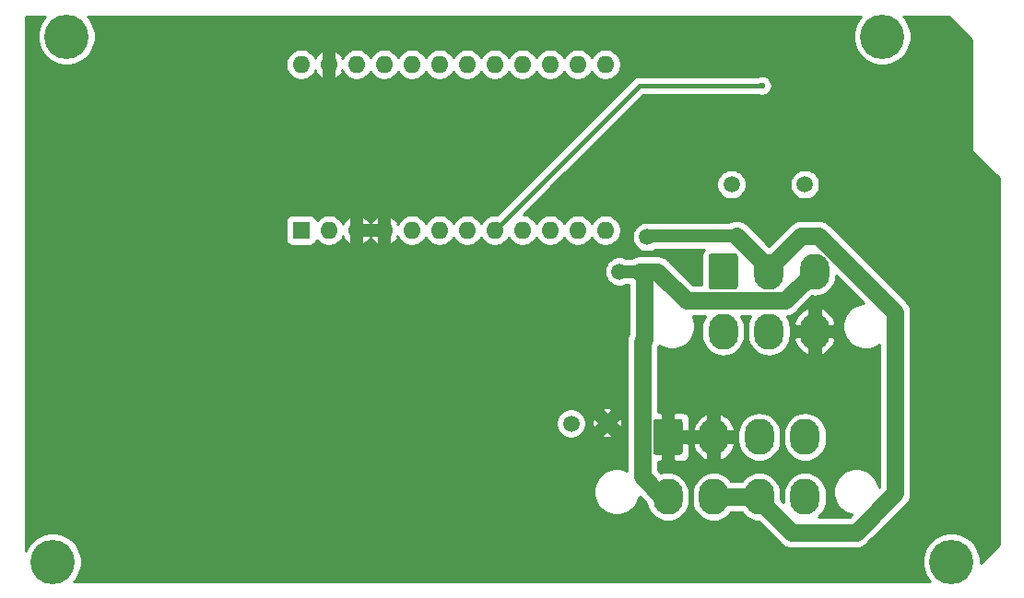
<source format=gbr>
G04 #@! TF.GenerationSoftware,KiCad,Pcbnew,(5.1.9)-1*
G04 #@! TF.CreationDate,2021-10-29T09:24:57-06:00*
G04 #@! TF.ProjectId,ABSIS_Bus_Master,41425349-535f-4427-9573-5f4d61737465,2*
G04 #@! TF.SameCoordinates,Original*
G04 #@! TF.FileFunction,Copper,L2,Bot*
G04 #@! TF.FilePolarity,Positive*
%FSLAX46Y46*%
G04 Gerber Fmt 4.6, Leading zero omitted, Abs format (unit mm)*
G04 Created by KiCad (PCBNEW (5.1.9)-1) date 2021-10-29 09:24:57*
%MOMM*%
%LPD*%
G01*
G04 APERTURE LIST*
G04 #@! TA.AperFunction,ComponentPad*
%ADD10O,1.600000X1.600000*%
G04 #@! TD*
G04 #@! TA.AperFunction,ComponentPad*
%ADD11R,1.600000X1.600000*%
G04 #@! TD*
G04 #@! TA.AperFunction,ComponentPad*
%ADD12C,1.500000*%
G04 #@! TD*
G04 #@! TA.AperFunction,ComponentPad*
%ADD13C,4.064000*%
G04 #@! TD*
G04 #@! TA.AperFunction,ComponentPad*
%ADD14O,2.700000X3.300000*%
G04 #@! TD*
G04 #@! TA.AperFunction,ViaPad*
%ADD15C,0.600000*%
G04 #@! TD*
G04 #@! TA.AperFunction,Conductor*
%ADD16C,1.625600*%
G04 #@! TD*
G04 #@! TA.AperFunction,Conductor*
%ADD17C,1.219200*%
G04 #@! TD*
G04 #@! TA.AperFunction,Conductor*
%ADD18C,0.457200*%
G04 #@! TD*
G04 #@! TA.AperFunction,Conductor*
%ADD19C,0.254000*%
G04 #@! TD*
G04 #@! TA.AperFunction,Conductor*
%ADD20C,0.100000*%
G04 #@! TD*
G04 APERTURE END LIST*
D10*
X140173000Y-73426000D03*
X168113000Y-88666000D03*
X142713000Y-73426000D03*
X165573000Y-88666000D03*
X145253000Y-73426000D03*
X163033000Y-88666000D03*
X147793000Y-73426000D03*
X160493000Y-88666000D03*
X150333000Y-73426000D03*
X157953000Y-88666000D03*
X152873000Y-73426000D03*
X155413000Y-88666000D03*
X155413000Y-73426000D03*
X152873000Y-88666000D03*
X157953000Y-73426000D03*
X150333000Y-88666000D03*
X160493000Y-73426000D03*
X147793000Y-88666000D03*
X163033000Y-73426000D03*
X145253000Y-88666000D03*
X165573000Y-73426000D03*
X142713000Y-88666000D03*
X168113000Y-73426000D03*
D11*
X140173000Y-88666000D03*
D12*
X186436000Y-84455000D03*
X179705000Y-84455000D03*
D13*
X117348000Y-119126000D03*
X199898000Y-119126000D03*
X118618000Y-70866000D03*
X193548000Y-70866000D03*
D12*
X164973000Y-106426000D03*
X171958000Y-89281000D03*
X169418000Y-92456000D03*
X168275000Y-106362500D03*
G04 #@! TA.AperFunction,ComponentPad*
G36*
G01*
X172513000Y-109065999D02*
X172513000Y-106266001D01*
G75*
G02*
X172763001Y-106016000I250001J0D01*
G01*
X174962999Y-106016000D01*
G75*
G02*
X175213000Y-106266001I0J-250001D01*
G01*
X175213000Y-109065999D01*
G75*
G02*
X174962999Y-109316000I-250001J0D01*
G01*
X172763001Y-109316000D01*
G75*
G02*
X172513000Y-109065999I0J250001D01*
G01*
G37*
G04 #@! TD.AperFunction*
D14*
X178063000Y-107666000D03*
X182263000Y-107666000D03*
X186463000Y-107666000D03*
X173863000Y-113166000D03*
X178063000Y-113166000D03*
X182263000Y-113166000D03*
X186463000Y-113166000D03*
G04 #@! TA.AperFunction,ComponentPad*
G36*
G01*
X177593000Y-93855999D02*
X177593000Y-91056001D01*
G75*
G02*
X177843001Y-90806000I250001J0D01*
G01*
X180042999Y-90806000D01*
G75*
G02*
X180293000Y-91056001I0J-250001D01*
G01*
X180293000Y-93855999D01*
G75*
G02*
X180042999Y-94106000I-250001J0D01*
G01*
X177843001Y-94106000D01*
G75*
G02*
X177593000Y-93855999I0J250001D01*
G01*
G37*
G04 #@! TD.AperFunction*
X183143000Y-92456000D03*
X187343000Y-92456000D03*
X178943000Y-97956000D03*
X183143000Y-97956000D03*
X187343000Y-97956000D03*
D15*
X187706000Y-78676500D03*
X182499000Y-75374500D03*
D16*
X180167400Y-89180400D02*
X183143000Y-92156000D01*
X183143000Y-92156000D02*
X183143000Y-92456000D01*
X182263000Y-113466000D02*
X182263000Y-113166000D01*
X185238600Y-116441600D02*
X182263000Y-113466000D01*
X183143000Y-92156000D02*
X186118600Y-89180400D01*
X194752001Y-96223484D02*
X194752001Y-112835945D01*
X186118600Y-89180400D02*
X187708917Y-89180400D01*
X194752001Y-112835945D02*
X191146346Y-116441600D01*
X187708917Y-89180400D02*
X194752001Y-96223484D01*
X191146346Y-116441600D02*
X185238600Y-116441600D01*
X178063000Y-113166000D02*
X182263000Y-113166000D01*
D17*
X172058600Y-89180400D02*
X171958000Y-89281000D01*
X180167400Y-89180400D02*
X172058600Y-89180400D01*
D16*
X184680190Y-95118810D02*
X187343000Y-92456000D01*
X175584756Y-95118810D02*
X184680190Y-95118810D01*
X172921946Y-92456000D02*
X175584756Y-95118810D01*
X171259500Y-92456000D02*
X172921946Y-92456000D01*
X173341946Y-113166000D02*
X173863000Y-113166000D01*
X171500190Y-111324244D02*
X173341946Y-113166000D01*
X171500190Y-98897756D02*
X171500190Y-111324244D01*
X171695801Y-98702145D02*
X171500190Y-98897756D01*
X171695801Y-92892301D02*
X171695801Y-98702145D01*
X171259500Y-92456000D02*
X171695801Y-92892301D01*
D17*
X169418000Y-92456000D02*
X171259500Y-92456000D01*
D18*
X171244500Y-75374500D02*
X157953000Y-88666000D01*
X182499000Y-75374500D02*
X171244500Y-75374500D01*
D19*
X116546406Y-69165887D02*
X116254536Y-69602702D01*
X116053492Y-70088065D01*
X115951000Y-70603323D01*
X115951000Y-71128677D01*
X116053492Y-71643935D01*
X116254536Y-72129298D01*
X116546406Y-72566113D01*
X116917887Y-72937594D01*
X117354702Y-73229464D01*
X117840065Y-73430508D01*
X118355323Y-73533000D01*
X118880677Y-73533000D01*
X119395935Y-73430508D01*
X119748031Y-73284665D01*
X138738000Y-73284665D01*
X138738000Y-73567335D01*
X138793147Y-73844574D01*
X138901320Y-74105727D01*
X139058363Y-74340759D01*
X139258241Y-74540637D01*
X139493273Y-74697680D01*
X139754426Y-74805853D01*
X140031665Y-74861000D01*
X140314335Y-74861000D01*
X140591574Y-74805853D01*
X140852727Y-74697680D01*
X141087759Y-74540637D01*
X141287637Y-74340759D01*
X141444680Y-74105727D01*
X141498301Y-73976274D01*
X141453647Y-74113976D01*
X141612063Y-74346444D01*
X141812787Y-74543540D01*
X142025027Y-74685333D01*
X142230500Y-74607528D01*
X142230500Y-73908500D01*
X142210500Y-73908500D01*
X142210500Y-72943500D01*
X142230500Y-72943500D01*
X142230500Y-72244472D01*
X143195500Y-72244472D01*
X143195500Y-72943500D01*
X143215500Y-72943500D01*
X143215500Y-73908500D01*
X143195500Y-73908500D01*
X143195500Y-74607528D01*
X143400973Y-74685333D01*
X143613213Y-74543540D01*
X143813937Y-74346444D01*
X143972353Y-74113976D01*
X143927699Y-73976274D01*
X143981320Y-74105727D01*
X144138363Y-74340759D01*
X144338241Y-74540637D01*
X144573273Y-74697680D01*
X144834426Y-74805853D01*
X145111665Y-74861000D01*
X145394335Y-74861000D01*
X145671574Y-74805853D01*
X145932727Y-74697680D01*
X146167759Y-74540637D01*
X146367637Y-74340759D01*
X146523000Y-74108241D01*
X146678363Y-74340759D01*
X146878241Y-74540637D01*
X147113273Y-74697680D01*
X147374426Y-74805853D01*
X147651665Y-74861000D01*
X147934335Y-74861000D01*
X148211574Y-74805853D01*
X148472727Y-74697680D01*
X148707759Y-74540637D01*
X148907637Y-74340759D01*
X149063000Y-74108241D01*
X149218363Y-74340759D01*
X149418241Y-74540637D01*
X149653273Y-74697680D01*
X149914426Y-74805853D01*
X150191665Y-74861000D01*
X150474335Y-74861000D01*
X150751574Y-74805853D01*
X151012727Y-74697680D01*
X151247759Y-74540637D01*
X151447637Y-74340759D01*
X151603000Y-74108241D01*
X151758363Y-74340759D01*
X151958241Y-74540637D01*
X152193273Y-74697680D01*
X152454426Y-74805853D01*
X152731665Y-74861000D01*
X153014335Y-74861000D01*
X153291574Y-74805853D01*
X153552727Y-74697680D01*
X153787759Y-74540637D01*
X153987637Y-74340759D01*
X154143000Y-74108241D01*
X154298363Y-74340759D01*
X154498241Y-74540637D01*
X154733273Y-74697680D01*
X154994426Y-74805853D01*
X155271665Y-74861000D01*
X155554335Y-74861000D01*
X155831574Y-74805853D01*
X156092727Y-74697680D01*
X156327759Y-74540637D01*
X156527637Y-74340759D01*
X156683000Y-74108241D01*
X156838363Y-74340759D01*
X157038241Y-74540637D01*
X157273273Y-74697680D01*
X157534426Y-74805853D01*
X157811665Y-74861000D01*
X158094335Y-74861000D01*
X158371574Y-74805853D01*
X158632727Y-74697680D01*
X158867759Y-74540637D01*
X159067637Y-74340759D01*
X159223000Y-74108241D01*
X159378363Y-74340759D01*
X159578241Y-74540637D01*
X159813273Y-74697680D01*
X160074426Y-74805853D01*
X160351665Y-74861000D01*
X160634335Y-74861000D01*
X160911574Y-74805853D01*
X161172727Y-74697680D01*
X161407759Y-74540637D01*
X161607637Y-74340759D01*
X161763000Y-74108241D01*
X161918363Y-74340759D01*
X162118241Y-74540637D01*
X162353273Y-74697680D01*
X162614426Y-74805853D01*
X162891665Y-74861000D01*
X163174335Y-74861000D01*
X163451574Y-74805853D01*
X163712727Y-74697680D01*
X163947759Y-74540637D01*
X164147637Y-74340759D01*
X164303000Y-74108241D01*
X164458363Y-74340759D01*
X164658241Y-74540637D01*
X164893273Y-74697680D01*
X165154426Y-74805853D01*
X165431665Y-74861000D01*
X165714335Y-74861000D01*
X165991574Y-74805853D01*
X166252727Y-74697680D01*
X166487759Y-74540637D01*
X166687637Y-74340759D01*
X166843000Y-74108241D01*
X166998363Y-74340759D01*
X167198241Y-74540637D01*
X167433273Y-74697680D01*
X167694426Y-74805853D01*
X167971665Y-74861000D01*
X168254335Y-74861000D01*
X168531574Y-74805853D01*
X168792727Y-74697680D01*
X169027759Y-74540637D01*
X169227637Y-74340759D01*
X169384680Y-74105727D01*
X169492853Y-73844574D01*
X169548000Y-73567335D01*
X169548000Y-73284665D01*
X169492853Y-73007426D01*
X169384680Y-72746273D01*
X169227637Y-72511241D01*
X169027759Y-72311363D01*
X168792727Y-72154320D01*
X168531574Y-72046147D01*
X168254335Y-71991000D01*
X167971665Y-71991000D01*
X167694426Y-72046147D01*
X167433273Y-72154320D01*
X167198241Y-72311363D01*
X166998363Y-72511241D01*
X166843000Y-72743759D01*
X166687637Y-72511241D01*
X166487759Y-72311363D01*
X166252727Y-72154320D01*
X165991574Y-72046147D01*
X165714335Y-71991000D01*
X165431665Y-71991000D01*
X165154426Y-72046147D01*
X164893273Y-72154320D01*
X164658241Y-72311363D01*
X164458363Y-72511241D01*
X164303000Y-72743759D01*
X164147637Y-72511241D01*
X163947759Y-72311363D01*
X163712727Y-72154320D01*
X163451574Y-72046147D01*
X163174335Y-71991000D01*
X162891665Y-71991000D01*
X162614426Y-72046147D01*
X162353273Y-72154320D01*
X162118241Y-72311363D01*
X161918363Y-72511241D01*
X161763000Y-72743759D01*
X161607637Y-72511241D01*
X161407759Y-72311363D01*
X161172727Y-72154320D01*
X160911574Y-72046147D01*
X160634335Y-71991000D01*
X160351665Y-71991000D01*
X160074426Y-72046147D01*
X159813273Y-72154320D01*
X159578241Y-72311363D01*
X159378363Y-72511241D01*
X159223000Y-72743759D01*
X159067637Y-72511241D01*
X158867759Y-72311363D01*
X158632727Y-72154320D01*
X158371574Y-72046147D01*
X158094335Y-71991000D01*
X157811665Y-71991000D01*
X157534426Y-72046147D01*
X157273273Y-72154320D01*
X157038241Y-72311363D01*
X156838363Y-72511241D01*
X156683000Y-72743759D01*
X156527637Y-72511241D01*
X156327759Y-72311363D01*
X156092727Y-72154320D01*
X155831574Y-72046147D01*
X155554335Y-71991000D01*
X155271665Y-71991000D01*
X154994426Y-72046147D01*
X154733273Y-72154320D01*
X154498241Y-72311363D01*
X154298363Y-72511241D01*
X154143000Y-72743759D01*
X153987637Y-72511241D01*
X153787759Y-72311363D01*
X153552727Y-72154320D01*
X153291574Y-72046147D01*
X153014335Y-71991000D01*
X152731665Y-71991000D01*
X152454426Y-72046147D01*
X152193273Y-72154320D01*
X151958241Y-72311363D01*
X151758363Y-72511241D01*
X151603000Y-72743759D01*
X151447637Y-72511241D01*
X151247759Y-72311363D01*
X151012727Y-72154320D01*
X150751574Y-72046147D01*
X150474335Y-71991000D01*
X150191665Y-71991000D01*
X149914426Y-72046147D01*
X149653273Y-72154320D01*
X149418241Y-72311363D01*
X149218363Y-72511241D01*
X149063000Y-72743759D01*
X148907637Y-72511241D01*
X148707759Y-72311363D01*
X148472727Y-72154320D01*
X148211574Y-72046147D01*
X147934335Y-71991000D01*
X147651665Y-71991000D01*
X147374426Y-72046147D01*
X147113273Y-72154320D01*
X146878241Y-72311363D01*
X146678363Y-72511241D01*
X146523000Y-72743759D01*
X146367637Y-72511241D01*
X146167759Y-72311363D01*
X145932727Y-72154320D01*
X145671574Y-72046147D01*
X145394335Y-71991000D01*
X145111665Y-71991000D01*
X144834426Y-72046147D01*
X144573273Y-72154320D01*
X144338241Y-72311363D01*
X144138363Y-72511241D01*
X143981320Y-72746273D01*
X143927699Y-72875726D01*
X143972353Y-72738024D01*
X143813937Y-72505556D01*
X143613213Y-72308460D01*
X143400973Y-72166667D01*
X143195500Y-72244472D01*
X142230500Y-72244472D01*
X142025027Y-72166667D01*
X141812787Y-72308460D01*
X141612063Y-72505556D01*
X141453647Y-72738024D01*
X141498301Y-72875726D01*
X141444680Y-72746273D01*
X141287637Y-72511241D01*
X141087759Y-72311363D01*
X140852727Y-72154320D01*
X140591574Y-72046147D01*
X140314335Y-71991000D01*
X140031665Y-71991000D01*
X139754426Y-72046147D01*
X139493273Y-72154320D01*
X139258241Y-72311363D01*
X139058363Y-72511241D01*
X138901320Y-72746273D01*
X138793147Y-73007426D01*
X138738000Y-73284665D01*
X119748031Y-73284665D01*
X119881298Y-73229464D01*
X120318113Y-72937594D01*
X120689594Y-72566113D01*
X120981464Y-72129298D01*
X121182508Y-71643935D01*
X121285000Y-71128677D01*
X121285000Y-70603323D01*
X121182508Y-70088065D01*
X120981464Y-69602702D01*
X120689594Y-69165887D01*
X120559707Y-69036000D01*
X191606293Y-69036000D01*
X191476406Y-69165887D01*
X191184536Y-69602702D01*
X190983492Y-70088065D01*
X190881000Y-70603323D01*
X190881000Y-71128677D01*
X190983492Y-71643935D01*
X191184536Y-72129298D01*
X191476406Y-72566113D01*
X191847887Y-72937594D01*
X192284702Y-73229464D01*
X192770065Y-73430508D01*
X193285323Y-73533000D01*
X193810677Y-73533000D01*
X194325935Y-73430508D01*
X194811298Y-73229464D01*
X195248113Y-72937594D01*
X195619594Y-72566113D01*
X195911464Y-72129298D01*
X196112508Y-71643935D01*
X196215000Y-71128677D01*
X196215000Y-70603323D01*
X196112508Y-70088065D01*
X195911464Y-69602702D01*
X195619594Y-69165887D01*
X195489707Y-69036000D01*
X199603909Y-69036000D01*
X201728000Y-71160092D01*
X201728001Y-80991115D01*
X201724565Y-81026000D01*
X201738274Y-81165184D01*
X201778872Y-81299019D01*
X201778873Y-81299020D01*
X201844801Y-81422363D01*
X201933526Y-81530475D01*
X201960617Y-81552708D01*
X204268000Y-83860092D01*
X204268001Y-117561907D01*
X202565000Y-119264909D01*
X202565000Y-118863323D01*
X202462508Y-118348065D01*
X202261464Y-117862702D01*
X201969594Y-117425887D01*
X201598113Y-117054406D01*
X201161298Y-116762536D01*
X200675935Y-116561492D01*
X200160677Y-116459000D01*
X199635323Y-116459000D01*
X199120065Y-116561492D01*
X198634702Y-116762536D01*
X198197887Y-117054406D01*
X197826406Y-117425887D01*
X197534536Y-117862702D01*
X197333492Y-118348065D01*
X197231000Y-118863323D01*
X197231000Y-119388677D01*
X197333492Y-119903935D01*
X197534536Y-120389298D01*
X197826406Y-120826113D01*
X197956293Y-120956000D01*
X119289707Y-120956000D01*
X119419594Y-120826113D01*
X119711464Y-120389298D01*
X119912508Y-119903935D01*
X120015000Y-119388677D01*
X120015000Y-118863323D01*
X119912508Y-118348065D01*
X119711464Y-117862702D01*
X119419594Y-117425887D01*
X119048113Y-117054406D01*
X118611298Y-116762536D01*
X118125935Y-116561492D01*
X117610677Y-116459000D01*
X117085323Y-116459000D01*
X116570065Y-116561492D01*
X116084702Y-116762536D01*
X115647887Y-117054406D01*
X115276406Y-117425887D01*
X114984536Y-117862702D01*
X114883000Y-118107832D01*
X114883000Y-112495721D01*
X167028000Y-112495721D01*
X167028000Y-112916279D01*
X167110047Y-113328756D01*
X167270988Y-113717302D01*
X167504637Y-114066983D01*
X167802017Y-114364363D01*
X168151698Y-114598012D01*
X168540244Y-114758953D01*
X168952721Y-114841000D01*
X169373279Y-114841000D01*
X169785756Y-114758953D01*
X170174302Y-114598012D01*
X170523983Y-114364363D01*
X170821363Y-114066983D01*
X171055012Y-113717302D01*
X171215953Y-113328756D01*
X171255979Y-113127531D01*
X171898326Y-113769878D01*
X171906722Y-113855128D01*
X172020226Y-114229302D01*
X172204547Y-114574143D01*
X172452603Y-114876398D01*
X172754858Y-115124453D01*
X173099699Y-115308774D01*
X173473873Y-115422278D01*
X173863000Y-115460604D01*
X174252128Y-115422278D01*
X174626302Y-115308774D01*
X174971143Y-115124453D01*
X175273398Y-114876398D01*
X175521453Y-114574143D01*
X175705774Y-114229302D01*
X175819278Y-113855127D01*
X175848000Y-113563509D01*
X175848000Y-112768490D01*
X175819278Y-112476872D01*
X175705774Y-112102698D01*
X175521453Y-111757857D01*
X175273398Y-111455602D01*
X174971143Y-111207547D01*
X174626301Y-111023226D01*
X174252127Y-110909722D01*
X173863000Y-110871396D01*
X173473872Y-110909722D01*
X173212463Y-110989019D01*
X172947990Y-110724546D01*
X172947990Y-109952187D01*
X173221750Y-109951000D01*
X173380500Y-109792250D01*
X173380500Y-108148500D01*
X174345500Y-108148500D01*
X174345500Y-109792250D01*
X174504250Y-109951000D01*
X175213000Y-109954072D01*
X175337482Y-109941812D01*
X175457180Y-109905502D01*
X175567494Y-109846537D01*
X175664185Y-109767185D01*
X175743537Y-109670494D01*
X175802502Y-109560180D01*
X175838812Y-109440482D01*
X175851072Y-109316000D01*
X175848445Y-108453287D01*
X176153014Y-108453287D01*
X176284779Y-108816544D01*
X176484880Y-109147115D01*
X176745627Y-109432296D01*
X177057000Y-109661128D01*
X177285231Y-109792281D01*
X177580500Y-109727358D01*
X177580500Y-108148500D01*
X178545500Y-108148500D01*
X178545500Y-109727358D01*
X178840769Y-109792281D01*
X179069000Y-109661128D01*
X179380373Y-109432296D01*
X179641120Y-109147115D01*
X179841221Y-108816544D01*
X179972986Y-108453287D01*
X179866949Y-108148500D01*
X178545500Y-108148500D01*
X177580500Y-108148500D01*
X176259051Y-108148500D01*
X176153014Y-108453287D01*
X175848445Y-108453287D01*
X175848000Y-108307250D01*
X175689250Y-108148500D01*
X174345500Y-108148500D01*
X173380500Y-108148500D01*
X173360500Y-108148500D01*
X173360500Y-107268491D01*
X180278000Y-107268491D01*
X180278000Y-108063510D01*
X180306722Y-108355128D01*
X180420226Y-108729302D01*
X180604547Y-109074143D01*
X180852603Y-109376398D01*
X181154858Y-109624453D01*
X181499699Y-109808774D01*
X181873873Y-109922278D01*
X182263000Y-109960604D01*
X182652128Y-109922278D01*
X183026302Y-109808774D01*
X183371143Y-109624453D01*
X183673398Y-109376398D01*
X183921453Y-109074143D01*
X184105774Y-108729302D01*
X184219278Y-108355127D01*
X184248000Y-108063509D01*
X184248000Y-107268491D01*
X184478000Y-107268491D01*
X184478000Y-108063510D01*
X184506722Y-108355128D01*
X184620226Y-108729302D01*
X184804547Y-109074143D01*
X185052603Y-109376398D01*
X185354858Y-109624453D01*
X185699699Y-109808774D01*
X186073873Y-109922278D01*
X186463000Y-109960604D01*
X186852128Y-109922278D01*
X187226302Y-109808774D01*
X187571143Y-109624453D01*
X187873398Y-109376398D01*
X188121453Y-109074143D01*
X188305774Y-108729302D01*
X188419278Y-108355127D01*
X188448000Y-108063509D01*
X188448000Y-107268490D01*
X188419278Y-106976872D01*
X188305774Y-106602698D01*
X188121453Y-106257857D01*
X187873398Y-105955602D01*
X187571143Y-105707547D01*
X187226301Y-105523226D01*
X186852127Y-105409722D01*
X186463000Y-105371396D01*
X186073872Y-105409722D01*
X185699698Y-105523226D01*
X185354857Y-105707547D01*
X185052602Y-105955602D01*
X184804547Y-106257857D01*
X184620226Y-106602699D01*
X184506722Y-106976873D01*
X184478000Y-107268491D01*
X184248000Y-107268491D01*
X184248000Y-107268490D01*
X184219278Y-106976872D01*
X184105774Y-106602698D01*
X183921453Y-106257857D01*
X183673398Y-105955602D01*
X183371143Y-105707547D01*
X183026301Y-105523226D01*
X182652127Y-105409722D01*
X182263000Y-105371396D01*
X181873872Y-105409722D01*
X181499698Y-105523226D01*
X181154857Y-105707547D01*
X180852602Y-105955602D01*
X180604547Y-106257857D01*
X180420226Y-106602699D01*
X180306722Y-106976873D01*
X180278000Y-107268491D01*
X173360500Y-107268491D01*
X173360500Y-107183500D01*
X173380500Y-107183500D01*
X173380500Y-105539750D01*
X174345500Y-105539750D01*
X174345500Y-107183500D01*
X175689250Y-107183500D01*
X175848000Y-107024750D01*
X175848444Y-106878713D01*
X176153014Y-106878713D01*
X176259051Y-107183500D01*
X177580500Y-107183500D01*
X177580500Y-105604642D01*
X178545500Y-105604642D01*
X178545500Y-107183500D01*
X179866949Y-107183500D01*
X179972986Y-106878713D01*
X179841221Y-106515456D01*
X179641120Y-106184885D01*
X179380373Y-105899704D01*
X179069000Y-105670872D01*
X178840769Y-105539719D01*
X178545500Y-105604642D01*
X177580500Y-105604642D01*
X177285231Y-105539719D01*
X177057000Y-105670872D01*
X176745627Y-105899704D01*
X176484880Y-106184885D01*
X176284779Y-106515456D01*
X176153014Y-106878713D01*
X175848444Y-106878713D01*
X175851072Y-106016000D01*
X175838812Y-105891518D01*
X175802502Y-105771820D01*
X175743537Y-105661506D01*
X175664185Y-105564815D01*
X175567494Y-105485463D01*
X175457180Y-105426498D01*
X175337482Y-105390188D01*
X175213000Y-105377928D01*
X174504250Y-105381000D01*
X174345500Y-105539750D01*
X173380500Y-105539750D01*
X173221750Y-105381000D01*
X172947990Y-105379813D01*
X172947990Y-99430762D01*
X173039488Y-99259582D01*
X173231698Y-99388012D01*
X173620244Y-99548953D01*
X174032721Y-99631000D01*
X174453279Y-99631000D01*
X174865756Y-99548953D01*
X175254302Y-99388012D01*
X175603983Y-99154363D01*
X175901363Y-98856983D01*
X176135012Y-98507302D01*
X176295953Y-98118756D01*
X176378000Y-97706279D01*
X176378000Y-97285721D01*
X176295953Y-96873244D01*
X176168941Y-96566610D01*
X177274523Y-96566610D01*
X177100226Y-96892699D01*
X176986722Y-97266873D01*
X176958000Y-97558491D01*
X176958000Y-98353510D01*
X176986722Y-98645128D01*
X177100226Y-99019302D01*
X177284547Y-99364143D01*
X177532603Y-99666398D01*
X177834858Y-99914453D01*
X178179699Y-100098774D01*
X178553873Y-100212278D01*
X178943000Y-100250604D01*
X179332128Y-100212278D01*
X179706302Y-100098774D01*
X180051143Y-99914453D01*
X180353398Y-99666398D01*
X180601453Y-99364143D01*
X180785774Y-99019302D01*
X180899278Y-98645127D01*
X180928000Y-98353509D01*
X180928000Y-97558490D01*
X180899278Y-97266872D01*
X180785774Y-96892698D01*
X180611477Y-96566610D01*
X181474523Y-96566610D01*
X181300226Y-96892699D01*
X181186722Y-97266873D01*
X181158000Y-97558491D01*
X181158000Y-98353510D01*
X181186722Y-98645128D01*
X181300226Y-99019302D01*
X181484547Y-99364143D01*
X181732603Y-99666398D01*
X182034858Y-99914453D01*
X182379699Y-100098774D01*
X182753873Y-100212278D01*
X183143000Y-100250604D01*
X183532128Y-100212278D01*
X183906302Y-100098774D01*
X184251143Y-99914453D01*
X184553398Y-99666398D01*
X184801453Y-99364143D01*
X184985774Y-99019302D01*
X185069501Y-98743287D01*
X185433014Y-98743287D01*
X185564779Y-99106544D01*
X185764880Y-99437115D01*
X186025627Y-99722296D01*
X186337000Y-99951128D01*
X186565231Y-100082281D01*
X186860500Y-100017358D01*
X186860500Y-98438500D01*
X187825500Y-98438500D01*
X187825500Y-100017358D01*
X188120769Y-100082281D01*
X188349000Y-99951128D01*
X188660373Y-99722296D01*
X188921120Y-99437115D01*
X189121221Y-99106544D01*
X189252986Y-98743287D01*
X189146949Y-98438500D01*
X187825500Y-98438500D01*
X186860500Y-98438500D01*
X185539051Y-98438500D01*
X185433014Y-98743287D01*
X185069501Y-98743287D01*
X185099278Y-98645127D01*
X185128000Y-98353509D01*
X185128000Y-97558490D01*
X185099278Y-97266872D01*
X185069502Y-97168713D01*
X185433014Y-97168713D01*
X185539051Y-97473500D01*
X186860500Y-97473500D01*
X186860500Y-95894642D01*
X187825500Y-95894642D01*
X187825500Y-97473500D01*
X189146949Y-97473500D01*
X189252986Y-97168713D01*
X189121221Y-96805456D01*
X188921120Y-96474885D01*
X188660373Y-96189704D01*
X188349000Y-95960872D01*
X188120769Y-95829719D01*
X187825500Y-95894642D01*
X186860500Y-95894642D01*
X186565231Y-95829719D01*
X186337000Y-95960872D01*
X186025627Y-96189704D01*
X185764880Y-96474885D01*
X185564779Y-96805456D01*
X185433014Y-97168713D01*
X185069502Y-97168713D01*
X184985774Y-96892698D01*
X184808468Y-96560981D01*
X184964008Y-96545661D01*
X185236920Y-96462875D01*
X185488436Y-96328436D01*
X185708892Y-96147512D01*
X185754228Y-96092270D01*
X187118050Y-94728448D01*
X187343000Y-94750604D01*
X187732128Y-94712278D01*
X188106302Y-94598774D01*
X188451143Y-94414453D01*
X188753398Y-94166398D01*
X189001453Y-93864143D01*
X189185774Y-93519302D01*
X189299278Y-93145127D01*
X189328000Y-92853509D01*
X189328000Y-92846981D01*
X191842018Y-95361000D01*
X191832721Y-95361000D01*
X191420244Y-95443047D01*
X191031698Y-95603988D01*
X190682017Y-95837637D01*
X190384637Y-96135017D01*
X190150988Y-96484698D01*
X189990047Y-96873244D01*
X189908000Y-97285721D01*
X189908000Y-97706279D01*
X189990047Y-98118756D01*
X190150988Y-98507302D01*
X190384637Y-98856983D01*
X190682017Y-99154363D01*
X191031698Y-99388012D01*
X191420244Y-99548953D01*
X191832721Y-99631000D01*
X192253279Y-99631000D01*
X192665756Y-99548953D01*
X193054302Y-99388012D01*
X193304201Y-99221035D01*
X193304202Y-112236246D01*
X193255979Y-112284469D01*
X193215953Y-112083244D01*
X193055012Y-111694698D01*
X192821363Y-111345017D01*
X192523983Y-111047637D01*
X192174302Y-110813988D01*
X191785756Y-110653047D01*
X191373279Y-110571000D01*
X190952721Y-110571000D01*
X190540244Y-110653047D01*
X190151698Y-110813988D01*
X189802017Y-111047637D01*
X189504637Y-111345017D01*
X189270988Y-111694698D01*
X189110047Y-112083244D01*
X189028000Y-112495721D01*
X189028000Y-112916279D01*
X189110047Y-113328756D01*
X189270988Y-113717302D01*
X189504637Y-114066983D01*
X189802017Y-114364363D01*
X190151698Y-114598012D01*
X190540244Y-114758953D01*
X190741469Y-114798979D01*
X190546648Y-114993800D01*
X187730344Y-114993800D01*
X187873398Y-114876398D01*
X188121453Y-114574143D01*
X188305774Y-114229302D01*
X188419278Y-113855127D01*
X188448000Y-113563509D01*
X188448000Y-112768490D01*
X188419278Y-112476872D01*
X188305774Y-112102698D01*
X188121453Y-111757857D01*
X187873398Y-111455602D01*
X187571143Y-111207547D01*
X187226301Y-111023226D01*
X186852127Y-110909722D01*
X186463000Y-110871396D01*
X186073872Y-110909722D01*
X185699698Y-111023226D01*
X185354857Y-111207547D01*
X185052602Y-111455602D01*
X184804547Y-111757857D01*
X184620226Y-112102699D01*
X184506722Y-112476873D01*
X184478000Y-112768491D01*
X184478000Y-113563510D01*
X184485647Y-113641148D01*
X184248000Y-113403502D01*
X184248000Y-112768490D01*
X184219278Y-112476872D01*
X184105774Y-112102698D01*
X183921453Y-111757857D01*
X183673398Y-111455602D01*
X183371143Y-111207547D01*
X183026301Y-111023226D01*
X182652127Y-110909722D01*
X182263000Y-110871396D01*
X181873872Y-110909722D01*
X181499698Y-111023226D01*
X181154857Y-111207547D01*
X180852602Y-111455602D01*
X180637093Y-111718200D01*
X179688907Y-111718200D01*
X179473398Y-111455602D01*
X179171143Y-111207547D01*
X178826301Y-111023226D01*
X178452127Y-110909722D01*
X178063000Y-110871396D01*
X177673872Y-110909722D01*
X177299698Y-111023226D01*
X176954857Y-111207547D01*
X176652602Y-111455602D01*
X176404547Y-111757857D01*
X176220226Y-112102699D01*
X176106722Y-112476873D01*
X176078000Y-112768491D01*
X176078000Y-113563510D01*
X176106722Y-113855128D01*
X176220226Y-114229302D01*
X176404547Y-114574143D01*
X176652603Y-114876398D01*
X176954858Y-115124453D01*
X177299699Y-115308774D01*
X177673873Y-115422278D01*
X178063000Y-115460604D01*
X178452128Y-115422278D01*
X178826302Y-115308774D01*
X179171143Y-115124453D01*
X179473398Y-114876398D01*
X179688907Y-114613800D01*
X180637093Y-114613800D01*
X180852603Y-114876398D01*
X181154858Y-115124453D01*
X181499699Y-115308774D01*
X181873873Y-115422278D01*
X182204327Y-115454825D01*
X184164566Y-117415065D01*
X184209898Y-117470302D01*
X184265135Y-117515634D01*
X184265141Y-117515640D01*
X184347197Y-117582981D01*
X184430354Y-117651226D01*
X184681870Y-117785665D01*
X184954781Y-117868451D01*
X184980305Y-117870965D01*
X185167478Y-117889400D01*
X185167485Y-117889400D01*
X185238600Y-117896404D01*
X185309714Y-117889400D01*
X191075234Y-117889400D01*
X191146346Y-117896404D01*
X191217458Y-117889400D01*
X191217468Y-117889400D01*
X191430164Y-117868451D01*
X191703076Y-117785665D01*
X191954592Y-117651226D01*
X192175048Y-117470302D01*
X192220384Y-117415060D01*
X195725461Y-113909983D01*
X195780703Y-113864647D01*
X195961627Y-113644191D01*
X196096066Y-113392675D01*
X196178852Y-113119763D01*
X196199801Y-112907067D01*
X196199801Y-112907058D01*
X196206805Y-112835946D01*
X196199801Y-112764834D01*
X196199801Y-96294598D01*
X196206805Y-96223484D01*
X196199801Y-96152369D01*
X196199801Y-96152362D01*
X196178852Y-95939666D01*
X196165195Y-95894642D01*
X196096066Y-95666754D01*
X195976491Y-95443047D01*
X195961627Y-95415238D01*
X195917115Y-95361000D01*
X195826041Y-95250025D01*
X195826031Y-95250015D01*
X195780702Y-95194782D01*
X195725471Y-95149455D01*
X188782955Y-88206940D01*
X188737619Y-88151698D01*
X188517163Y-87970774D01*
X188265647Y-87836335D01*
X187992735Y-87753549D01*
X187780039Y-87732600D01*
X187780029Y-87732600D01*
X187708917Y-87725596D01*
X187637805Y-87732600D01*
X186189714Y-87732600D01*
X186118600Y-87725596D01*
X186047485Y-87732600D01*
X186047478Y-87732600D01*
X185860305Y-87751035D01*
X185834781Y-87753549D01*
X185561870Y-87836335D01*
X185310354Y-87970774D01*
X185310352Y-87970775D01*
X185310353Y-87970775D01*
X185145141Y-88106360D01*
X185145135Y-88106366D01*
X185089898Y-88151698D01*
X185044566Y-88206935D01*
X183143000Y-90108501D01*
X181140858Y-88106360D01*
X180975646Y-87970775D01*
X180724129Y-87836335D01*
X180451218Y-87753550D01*
X180167400Y-87725596D01*
X179883582Y-87753550D01*
X179610671Y-87836335D01*
X179424587Y-87935800D01*
X172294498Y-87935800D01*
X172094411Y-87896000D01*
X171821589Y-87896000D01*
X171554011Y-87949225D01*
X171301957Y-88053629D01*
X171075114Y-88205201D01*
X170882201Y-88398114D01*
X170730629Y-88624957D01*
X170626225Y-88877011D01*
X170573000Y-89144589D01*
X170573000Y-89417411D01*
X170626225Y-89684989D01*
X170730629Y-89937043D01*
X170882201Y-90163886D01*
X171075114Y-90356799D01*
X171301957Y-90508371D01*
X171554011Y-90612775D01*
X171821589Y-90666000D01*
X172094411Y-90666000D01*
X172361989Y-90612775D01*
X172614043Y-90508371D01*
X172738816Y-90425000D01*
X177218742Y-90425000D01*
X177215039Y-90428039D01*
X177104595Y-90562614D01*
X177022529Y-90716150D01*
X176971992Y-90882747D01*
X176954928Y-91056001D01*
X176954928Y-93671010D01*
X176184455Y-93671010D01*
X173995984Y-91482540D01*
X173950648Y-91427298D01*
X173893261Y-91380201D01*
X173796237Y-91300576D01*
X173730192Y-91246374D01*
X173478676Y-91111935D01*
X173205764Y-91029149D01*
X172993068Y-91008200D01*
X172993058Y-91008200D01*
X172921946Y-91001196D01*
X172850834Y-91008200D01*
X171330612Y-91008200D01*
X171259500Y-91001196D01*
X171188388Y-91008200D01*
X171188378Y-91008200D01*
X170975682Y-91029149D01*
X170702770Y-91111935D01*
X170516685Y-91211400D01*
X170032448Y-91211400D01*
X169821989Y-91124225D01*
X169554411Y-91071000D01*
X169281589Y-91071000D01*
X169014011Y-91124225D01*
X168761957Y-91228629D01*
X168535114Y-91380201D01*
X168342201Y-91573114D01*
X168190629Y-91799957D01*
X168086225Y-92052011D01*
X168033000Y-92319589D01*
X168033000Y-92592411D01*
X168086225Y-92859989D01*
X168190629Y-93112043D01*
X168342201Y-93338886D01*
X168535114Y-93531799D01*
X168761957Y-93683371D01*
X169014011Y-93787775D01*
X169281589Y-93841000D01*
X169554411Y-93841000D01*
X169821989Y-93787775D01*
X170032448Y-93700600D01*
X170248001Y-93700600D01*
X170248002Y-98169139D01*
X170156125Y-98341027D01*
X170073339Y-98613939D01*
X170052390Y-98826635D01*
X170052390Y-98826644D01*
X170045386Y-98897756D01*
X170052390Y-98968868D01*
X170052391Y-110763491D01*
X169785756Y-110653047D01*
X169373279Y-110571000D01*
X168952721Y-110571000D01*
X168540244Y-110653047D01*
X168151698Y-110813988D01*
X167802017Y-111047637D01*
X167504637Y-111345017D01*
X167270988Y-111694698D01*
X167110047Y-112083244D01*
X167028000Y-112495721D01*
X114883000Y-112495721D01*
X114883000Y-106289589D01*
X163588000Y-106289589D01*
X163588000Y-106562411D01*
X163641225Y-106829989D01*
X163745629Y-107082043D01*
X163897201Y-107308886D01*
X164090114Y-107501799D01*
X164316957Y-107653371D01*
X164569011Y-107757775D01*
X164836589Y-107811000D01*
X165109411Y-107811000D01*
X165376989Y-107757775D01*
X165629043Y-107653371D01*
X165849633Y-107505977D01*
X167813882Y-107505977D01*
X167898066Y-107702184D01*
X168166668Y-107749979D01*
X168439433Y-107744453D01*
X168651934Y-107702184D01*
X168736118Y-107505977D01*
X168275000Y-107044858D01*
X167813882Y-107505977D01*
X165849633Y-107505977D01*
X165855886Y-107501799D01*
X166048799Y-107308886D01*
X166200371Y-107082043D01*
X166304775Y-106829989D01*
X166358000Y-106562411D01*
X166358000Y-106289589D01*
X166350955Y-106254168D01*
X166887521Y-106254168D01*
X166893047Y-106526933D01*
X166935316Y-106739434D01*
X167131523Y-106823618D01*
X167592642Y-106362500D01*
X168957358Y-106362500D01*
X169418477Y-106823618D01*
X169614684Y-106739434D01*
X169662479Y-106470832D01*
X169656953Y-106198067D01*
X169614684Y-105985566D01*
X169418477Y-105901382D01*
X168957358Y-106362500D01*
X167592642Y-106362500D01*
X167131523Y-105901382D01*
X166935316Y-105985566D01*
X166887521Y-106254168D01*
X166350955Y-106254168D01*
X166304775Y-106022011D01*
X166200371Y-105769957D01*
X166048799Y-105543114D01*
X165855886Y-105350201D01*
X165659565Y-105219023D01*
X167813882Y-105219023D01*
X168275000Y-105680142D01*
X168736118Y-105219023D01*
X168651934Y-105022816D01*
X168383332Y-104975021D01*
X168110567Y-104980547D01*
X167898066Y-105022816D01*
X167813882Y-105219023D01*
X165659565Y-105219023D01*
X165629043Y-105198629D01*
X165376989Y-105094225D01*
X165109411Y-105041000D01*
X164836589Y-105041000D01*
X164569011Y-105094225D01*
X164316957Y-105198629D01*
X164090114Y-105350201D01*
X163897201Y-105543114D01*
X163745629Y-105769957D01*
X163641225Y-106022011D01*
X163588000Y-106289589D01*
X114883000Y-106289589D01*
X114883000Y-87866000D01*
X138734928Y-87866000D01*
X138734928Y-89466000D01*
X138747188Y-89590482D01*
X138783498Y-89710180D01*
X138842463Y-89820494D01*
X138921815Y-89917185D01*
X139018506Y-89996537D01*
X139128820Y-90055502D01*
X139248518Y-90091812D01*
X139373000Y-90104072D01*
X140973000Y-90104072D01*
X141097482Y-90091812D01*
X141217180Y-90055502D01*
X141327494Y-89996537D01*
X141424185Y-89917185D01*
X141503537Y-89820494D01*
X141562502Y-89710180D01*
X141598812Y-89590482D01*
X141599643Y-89582039D01*
X141798241Y-89780637D01*
X142033273Y-89937680D01*
X142294426Y-90045853D01*
X142571665Y-90101000D01*
X142854335Y-90101000D01*
X143131574Y-90045853D01*
X143392727Y-89937680D01*
X143627759Y-89780637D01*
X143827637Y-89580759D01*
X143984680Y-89345727D01*
X144038301Y-89216274D01*
X143993647Y-89353976D01*
X144152063Y-89586444D01*
X144352787Y-89783540D01*
X144565027Y-89925333D01*
X144770500Y-89847528D01*
X144770500Y-89148500D01*
X145735500Y-89148500D01*
X145735500Y-89847528D01*
X145940973Y-89925333D01*
X146153213Y-89783540D01*
X146353937Y-89586444D01*
X146512353Y-89353976D01*
X146533647Y-89353976D01*
X146692063Y-89586444D01*
X146892787Y-89783540D01*
X147105027Y-89925333D01*
X147310500Y-89847528D01*
X147310500Y-89148500D01*
X146600279Y-89148500D01*
X146533647Y-89353976D01*
X146512353Y-89353976D01*
X146445721Y-89148500D01*
X145735500Y-89148500D01*
X144770500Y-89148500D01*
X144750500Y-89148500D01*
X144750500Y-88183500D01*
X144770500Y-88183500D01*
X144770500Y-87484472D01*
X145735500Y-87484472D01*
X145735500Y-88183500D01*
X146445721Y-88183500D01*
X146512353Y-87978024D01*
X146533647Y-87978024D01*
X146600279Y-88183500D01*
X147310500Y-88183500D01*
X147310500Y-87484472D01*
X148275500Y-87484472D01*
X148275500Y-88183500D01*
X148295500Y-88183500D01*
X148295500Y-89148500D01*
X148275500Y-89148500D01*
X148275500Y-89847528D01*
X148480973Y-89925333D01*
X148693213Y-89783540D01*
X148893937Y-89586444D01*
X149052353Y-89353976D01*
X149007699Y-89216274D01*
X149061320Y-89345727D01*
X149218363Y-89580759D01*
X149418241Y-89780637D01*
X149653273Y-89937680D01*
X149914426Y-90045853D01*
X150191665Y-90101000D01*
X150474335Y-90101000D01*
X150751574Y-90045853D01*
X151012727Y-89937680D01*
X151247759Y-89780637D01*
X151447637Y-89580759D01*
X151603000Y-89348241D01*
X151758363Y-89580759D01*
X151958241Y-89780637D01*
X152193273Y-89937680D01*
X152454426Y-90045853D01*
X152731665Y-90101000D01*
X153014335Y-90101000D01*
X153291574Y-90045853D01*
X153552727Y-89937680D01*
X153787759Y-89780637D01*
X153987637Y-89580759D01*
X154143000Y-89348241D01*
X154298363Y-89580759D01*
X154498241Y-89780637D01*
X154733273Y-89937680D01*
X154994426Y-90045853D01*
X155271665Y-90101000D01*
X155554335Y-90101000D01*
X155831574Y-90045853D01*
X156092727Y-89937680D01*
X156327759Y-89780637D01*
X156527637Y-89580759D01*
X156683000Y-89348241D01*
X156838363Y-89580759D01*
X157038241Y-89780637D01*
X157273273Y-89937680D01*
X157534426Y-90045853D01*
X157811665Y-90101000D01*
X158094335Y-90101000D01*
X158371574Y-90045853D01*
X158632727Y-89937680D01*
X158867759Y-89780637D01*
X159067637Y-89580759D01*
X159223000Y-89348241D01*
X159378363Y-89580759D01*
X159578241Y-89780637D01*
X159813273Y-89937680D01*
X160074426Y-90045853D01*
X160351665Y-90101000D01*
X160634335Y-90101000D01*
X160911574Y-90045853D01*
X161172727Y-89937680D01*
X161407759Y-89780637D01*
X161607637Y-89580759D01*
X161763000Y-89348241D01*
X161918363Y-89580759D01*
X162118241Y-89780637D01*
X162353273Y-89937680D01*
X162614426Y-90045853D01*
X162891665Y-90101000D01*
X163174335Y-90101000D01*
X163451574Y-90045853D01*
X163712727Y-89937680D01*
X163947759Y-89780637D01*
X164147637Y-89580759D01*
X164303000Y-89348241D01*
X164458363Y-89580759D01*
X164658241Y-89780637D01*
X164893273Y-89937680D01*
X165154426Y-90045853D01*
X165431665Y-90101000D01*
X165714335Y-90101000D01*
X165991574Y-90045853D01*
X166252727Y-89937680D01*
X166487759Y-89780637D01*
X166687637Y-89580759D01*
X166843000Y-89348241D01*
X166998363Y-89580759D01*
X167198241Y-89780637D01*
X167433273Y-89937680D01*
X167694426Y-90045853D01*
X167971665Y-90101000D01*
X168254335Y-90101000D01*
X168531574Y-90045853D01*
X168792727Y-89937680D01*
X169027759Y-89780637D01*
X169227637Y-89580759D01*
X169384680Y-89345727D01*
X169492853Y-89084574D01*
X169548000Y-88807335D01*
X169548000Y-88524665D01*
X169492853Y-88247426D01*
X169384680Y-87986273D01*
X169227637Y-87751241D01*
X169027759Y-87551363D01*
X168792727Y-87394320D01*
X168531574Y-87286147D01*
X168254335Y-87231000D01*
X167971665Y-87231000D01*
X167694426Y-87286147D01*
X167433273Y-87394320D01*
X167198241Y-87551363D01*
X166998363Y-87751241D01*
X166843000Y-87983759D01*
X166687637Y-87751241D01*
X166487759Y-87551363D01*
X166252727Y-87394320D01*
X165991574Y-87286147D01*
X165714335Y-87231000D01*
X165431665Y-87231000D01*
X165154426Y-87286147D01*
X164893273Y-87394320D01*
X164658241Y-87551363D01*
X164458363Y-87751241D01*
X164303000Y-87983759D01*
X164147637Y-87751241D01*
X163947759Y-87551363D01*
X163712727Y-87394320D01*
X163451574Y-87286147D01*
X163174335Y-87231000D01*
X162891665Y-87231000D01*
X162614426Y-87286147D01*
X162353273Y-87394320D01*
X162118241Y-87551363D01*
X161918363Y-87751241D01*
X161763000Y-87983759D01*
X161607637Y-87751241D01*
X161407759Y-87551363D01*
X161172727Y-87394320D01*
X160911574Y-87286147D01*
X160634335Y-87231000D01*
X160609313Y-87231000D01*
X163521724Y-84318589D01*
X178320000Y-84318589D01*
X178320000Y-84591411D01*
X178373225Y-84858989D01*
X178477629Y-85111043D01*
X178629201Y-85337886D01*
X178822114Y-85530799D01*
X179048957Y-85682371D01*
X179301011Y-85786775D01*
X179568589Y-85840000D01*
X179841411Y-85840000D01*
X180108989Y-85786775D01*
X180361043Y-85682371D01*
X180587886Y-85530799D01*
X180780799Y-85337886D01*
X180932371Y-85111043D01*
X181036775Y-84858989D01*
X181090000Y-84591411D01*
X181090000Y-84318589D01*
X185051000Y-84318589D01*
X185051000Y-84591411D01*
X185104225Y-84858989D01*
X185208629Y-85111043D01*
X185360201Y-85337886D01*
X185553114Y-85530799D01*
X185779957Y-85682371D01*
X186032011Y-85786775D01*
X186299589Y-85840000D01*
X186572411Y-85840000D01*
X186839989Y-85786775D01*
X187092043Y-85682371D01*
X187318886Y-85530799D01*
X187511799Y-85337886D01*
X187663371Y-85111043D01*
X187767775Y-84858989D01*
X187821000Y-84591411D01*
X187821000Y-84318589D01*
X187767775Y-84051011D01*
X187663371Y-83798957D01*
X187511799Y-83572114D01*
X187318886Y-83379201D01*
X187092043Y-83227629D01*
X186839989Y-83123225D01*
X186572411Y-83070000D01*
X186299589Y-83070000D01*
X186032011Y-83123225D01*
X185779957Y-83227629D01*
X185553114Y-83379201D01*
X185360201Y-83572114D01*
X185208629Y-83798957D01*
X185104225Y-84051011D01*
X185051000Y-84318589D01*
X181090000Y-84318589D01*
X181036775Y-84051011D01*
X180932371Y-83798957D01*
X180780799Y-83572114D01*
X180587886Y-83379201D01*
X180361043Y-83227629D01*
X180108989Y-83123225D01*
X179841411Y-83070000D01*
X179568589Y-83070000D01*
X179301011Y-83123225D01*
X179048957Y-83227629D01*
X178822114Y-83379201D01*
X178629201Y-83572114D01*
X178477629Y-83798957D01*
X178373225Y-84051011D01*
X178320000Y-84318589D01*
X163521724Y-84318589D01*
X171602215Y-76238100D01*
X182140643Y-76238100D01*
X182226271Y-76273568D01*
X182406911Y-76309500D01*
X182591089Y-76309500D01*
X182771729Y-76273568D01*
X182941889Y-76203086D01*
X183095028Y-76100762D01*
X183225262Y-75970528D01*
X183327586Y-75817389D01*
X183398068Y-75647229D01*
X183434000Y-75466589D01*
X183434000Y-75282411D01*
X183398068Y-75101771D01*
X183327586Y-74931611D01*
X183225262Y-74778472D01*
X183095028Y-74648238D01*
X182941889Y-74545914D01*
X182771729Y-74475432D01*
X182591089Y-74439500D01*
X182406911Y-74439500D01*
X182226271Y-74475432D01*
X182140643Y-74510900D01*
X171286920Y-74510900D01*
X171244500Y-74506722D01*
X171202080Y-74510900D01*
X171075205Y-74523396D01*
X170912416Y-74572778D01*
X170762388Y-74652969D01*
X170630888Y-74760888D01*
X170603845Y-74793840D01*
X158154683Y-87243004D01*
X158094335Y-87231000D01*
X157811665Y-87231000D01*
X157534426Y-87286147D01*
X157273273Y-87394320D01*
X157038241Y-87551363D01*
X156838363Y-87751241D01*
X156683000Y-87983759D01*
X156527637Y-87751241D01*
X156327759Y-87551363D01*
X156092727Y-87394320D01*
X155831574Y-87286147D01*
X155554335Y-87231000D01*
X155271665Y-87231000D01*
X154994426Y-87286147D01*
X154733273Y-87394320D01*
X154498241Y-87551363D01*
X154298363Y-87751241D01*
X154143000Y-87983759D01*
X153987637Y-87751241D01*
X153787759Y-87551363D01*
X153552727Y-87394320D01*
X153291574Y-87286147D01*
X153014335Y-87231000D01*
X152731665Y-87231000D01*
X152454426Y-87286147D01*
X152193273Y-87394320D01*
X151958241Y-87551363D01*
X151758363Y-87751241D01*
X151603000Y-87983759D01*
X151447637Y-87751241D01*
X151247759Y-87551363D01*
X151012727Y-87394320D01*
X150751574Y-87286147D01*
X150474335Y-87231000D01*
X150191665Y-87231000D01*
X149914426Y-87286147D01*
X149653273Y-87394320D01*
X149418241Y-87551363D01*
X149218363Y-87751241D01*
X149061320Y-87986273D01*
X149007699Y-88115726D01*
X149052353Y-87978024D01*
X148893937Y-87745556D01*
X148693213Y-87548460D01*
X148480973Y-87406667D01*
X148275500Y-87484472D01*
X147310500Y-87484472D01*
X147105027Y-87406667D01*
X146892787Y-87548460D01*
X146692063Y-87745556D01*
X146533647Y-87978024D01*
X146512353Y-87978024D01*
X146353937Y-87745556D01*
X146153213Y-87548460D01*
X145940973Y-87406667D01*
X145735500Y-87484472D01*
X144770500Y-87484472D01*
X144565027Y-87406667D01*
X144352787Y-87548460D01*
X144152063Y-87745556D01*
X143993647Y-87978024D01*
X144038301Y-88115726D01*
X143984680Y-87986273D01*
X143827637Y-87751241D01*
X143627759Y-87551363D01*
X143392727Y-87394320D01*
X143131574Y-87286147D01*
X142854335Y-87231000D01*
X142571665Y-87231000D01*
X142294426Y-87286147D01*
X142033273Y-87394320D01*
X141798241Y-87551363D01*
X141599643Y-87749961D01*
X141598812Y-87741518D01*
X141562502Y-87621820D01*
X141503537Y-87511506D01*
X141424185Y-87414815D01*
X141327494Y-87335463D01*
X141217180Y-87276498D01*
X141097482Y-87240188D01*
X140973000Y-87227928D01*
X139373000Y-87227928D01*
X139248518Y-87240188D01*
X139128820Y-87276498D01*
X139018506Y-87335463D01*
X138921815Y-87414815D01*
X138842463Y-87511506D01*
X138783498Y-87621820D01*
X138747188Y-87741518D01*
X138734928Y-87866000D01*
X114883000Y-87866000D01*
X114883000Y-69036000D01*
X116676293Y-69036000D01*
X116546406Y-69165887D01*
G04 #@! TA.AperFunction,Conductor*
D20*
G36*
X116546406Y-69165887D02*
G01*
X116254536Y-69602702D01*
X116053492Y-70088065D01*
X115951000Y-70603323D01*
X115951000Y-71128677D01*
X116053492Y-71643935D01*
X116254536Y-72129298D01*
X116546406Y-72566113D01*
X116917887Y-72937594D01*
X117354702Y-73229464D01*
X117840065Y-73430508D01*
X118355323Y-73533000D01*
X118880677Y-73533000D01*
X119395935Y-73430508D01*
X119748031Y-73284665D01*
X138738000Y-73284665D01*
X138738000Y-73567335D01*
X138793147Y-73844574D01*
X138901320Y-74105727D01*
X139058363Y-74340759D01*
X139258241Y-74540637D01*
X139493273Y-74697680D01*
X139754426Y-74805853D01*
X140031665Y-74861000D01*
X140314335Y-74861000D01*
X140591574Y-74805853D01*
X140852727Y-74697680D01*
X141087759Y-74540637D01*
X141287637Y-74340759D01*
X141444680Y-74105727D01*
X141498301Y-73976274D01*
X141453647Y-74113976D01*
X141612063Y-74346444D01*
X141812787Y-74543540D01*
X142025027Y-74685333D01*
X142230500Y-74607528D01*
X142230500Y-73908500D01*
X142210500Y-73908500D01*
X142210500Y-72943500D01*
X142230500Y-72943500D01*
X142230500Y-72244472D01*
X143195500Y-72244472D01*
X143195500Y-72943500D01*
X143215500Y-72943500D01*
X143215500Y-73908500D01*
X143195500Y-73908500D01*
X143195500Y-74607528D01*
X143400973Y-74685333D01*
X143613213Y-74543540D01*
X143813937Y-74346444D01*
X143972353Y-74113976D01*
X143927699Y-73976274D01*
X143981320Y-74105727D01*
X144138363Y-74340759D01*
X144338241Y-74540637D01*
X144573273Y-74697680D01*
X144834426Y-74805853D01*
X145111665Y-74861000D01*
X145394335Y-74861000D01*
X145671574Y-74805853D01*
X145932727Y-74697680D01*
X146167759Y-74540637D01*
X146367637Y-74340759D01*
X146523000Y-74108241D01*
X146678363Y-74340759D01*
X146878241Y-74540637D01*
X147113273Y-74697680D01*
X147374426Y-74805853D01*
X147651665Y-74861000D01*
X147934335Y-74861000D01*
X148211574Y-74805853D01*
X148472727Y-74697680D01*
X148707759Y-74540637D01*
X148907637Y-74340759D01*
X149063000Y-74108241D01*
X149218363Y-74340759D01*
X149418241Y-74540637D01*
X149653273Y-74697680D01*
X149914426Y-74805853D01*
X150191665Y-74861000D01*
X150474335Y-74861000D01*
X150751574Y-74805853D01*
X151012727Y-74697680D01*
X151247759Y-74540637D01*
X151447637Y-74340759D01*
X151603000Y-74108241D01*
X151758363Y-74340759D01*
X151958241Y-74540637D01*
X152193273Y-74697680D01*
X152454426Y-74805853D01*
X152731665Y-74861000D01*
X153014335Y-74861000D01*
X153291574Y-74805853D01*
X153552727Y-74697680D01*
X153787759Y-74540637D01*
X153987637Y-74340759D01*
X154143000Y-74108241D01*
X154298363Y-74340759D01*
X154498241Y-74540637D01*
X154733273Y-74697680D01*
X154994426Y-74805853D01*
X155271665Y-74861000D01*
X155554335Y-74861000D01*
X155831574Y-74805853D01*
X156092727Y-74697680D01*
X156327759Y-74540637D01*
X156527637Y-74340759D01*
X156683000Y-74108241D01*
X156838363Y-74340759D01*
X157038241Y-74540637D01*
X157273273Y-74697680D01*
X157534426Y-74805853D01*
X157811665Y-74861000D01*
X158094335Y-74861000D01*
X158371574Y-74805853D01*
X158632727Y-74697680D01*
X158867759Y-74540637D01*
X159067637Y-74340759D01*
X159223000Y-74108241D01*
X159378363Y-74340759D01*
X159578241Y-74540637D01*
X159813273Y-74697680D01*
X160074426Y-74805853D01*
X160351665Y-74861000D01*
X160634335Y-74861000D01*
X160911574Y-74805853D01*
X161172727Y-74697680D01*
X161407759Y-74540637D01*
X161607637Y-74340759D01*
X161763000Y-74108241D01*
X161918363Y-74340759D01*
X162118241Y-74540637D01*
X162353273Y-74697680D01*
X162614426Y-74805853D01*
X162891665Y-74861000D01*
X163174335Y-74861000D01*
X163451574Y-74805853D01*
X163712727Y-74697680D01*
X163947759Y-74540637D01*
X164147637Y-74340759D01*
X164303000Y-74108241D01*
X164458363Y-74340759D01*
X164658241Y-74540637D01*
X164893273Y-74697680D01*
X165154426Y-74805853D01*
X165431665Y-74861000D01*
X165714335Y-74861000D01*
X165991574Y-74805853D01*
X166252727Y-74697680D01*
X166487759Y-74540637D01*
X166687637Y-74340759D01*
X166843000Y-74108241D01*
X166998363Y-74340759D01*
X167198241Y-74540637D01*
X167433273Y-74697680D01*
X167694426Y-74805853D01*
X167971665Y-74861000D01*
X168254335Y-74861000D01*
X168531574Y-74805853D01*
X168792727Y-74697680D01*
X169027759Y-74540637D01*
X169227637Y-74340759D01*
X169384680Y-74105727D01*
X169492853Y-73844574D01*
X169548000Y-73567335D01*
X169548000Y-73284665D01*
X169492853Y-73007426D01*
X169384680Y-72746273D01*
X169227637Y-72511241D01*
X169027759Y-72311363D01*
X168792727Y-72154320D01*
X168531574Y-72046147D01*
X168254335Y-71991000D01*
X167971665Y-71991000D01*
X167694426Y-72046147D01*
X167433273Y-72154320D01*
X167198241Y-72311363D01*
X166998363Y-72511241D01*
X166843000Y-72743759D01*
X166687637Y-72511241D01*
X166487759Y-72311363D01*
X166252727Y-72154320D01*
X165991574Y-72046147D01*
X165714335Y-71991000D01*
X165431665Y-71991000D01*
X165154426Y-72046147D01*
X164893273Y-72154320D01*
X164658241Y-72311363D01*
X164458363Y-72511241D01*
X164303000Y-72743759D01*
X164147637Y-72511241D01*
X163947759Y-72311363D01*
X163712727Y-72154320D01*
X163451574Y-72046147D01*
X163174335Y-71991000D01*
X162891665Y-71991000D01*
X162614426Y-72046147D01*
X162353273Y-72154320D01*
X162118241Y-72311363D01*
X161918363Y-72511241D01*
X161763000Y-72743759D01*
X161607637Y-72511241D01*
X161407759Y-72311363D01*
X161172727Y-72154320D01*
X160911574Y-72046147D01*
X160634335Y-71991000D01*
X160351665Y-71991000D01*
X160074426Y-72046147D01*
X159813273Y-72154320D01*
X159578241Y-72311363D01*
X159378363Y-72511241D01*
X159223000Y-72743759D01*
X159067637Y-72511241D01*
X158867759Y-72311363D01*
X158632727Y-72154320D01*
X158371574Y-72046147D01*
X158094335Y-71991000D01*
X157811665Y-71991000D01*
X157534426Y-72046147D01*
X157273273Y-72154320D01*
X157038241Y-72311363D01*
X156838363Y-72511241D01*
X156683000Y-72743759D01*
X156527637Y-72511241D01*
X156327759Y-72311363D01*
X156092727Y-72154320D01*
X155831574Y-72046147D01*
X155554335Y-71991000D01*
X155271665Y-71991000D01*
X154994426Y-72046147D01*
X154733273Y-72154320D01*
X154498241Y-72311363D01*
X154298363Y-72511241D01*
X154143000Y-72743759D01*
X153987637Y-72511241D01*
X153787759Y-72311363D01*
X153552727Y-72154320D01*
X153291574Y-72046147D01*
X153014335Y-71991000D01*
X152731665Y-71991000D01*
X152454426Y-72046147D01*
X152193273Y-72154320D01*
X151958241Y-72311363D01*
X151758363Y-72511241D01*
X151603000Y-72743759D01*
X151447637Y-72511241D01*
X151247759Y-72311363D01*
X151012727Y-72154320D01*
X150751574Y-72046147D01*
X150474335Y-71991000D01*
X150191665Y-71991000D01*
X149914426Y-72046147D01*
X149653273Y-72154320D01*
X149418241Y-72311363D01*
X149218363Y-72511241D01*
X149063000Y-72743759D01*
X148907637Y-72511241D01*
X148707759Y-72311363D01*
X148472727Y-72154320D01*
X148211574Y-72046147D01*
X147934335Y-71991000D01*
X147651665Y-71991000D01*
X147374426Y-72046147D01*
X147113273Y-72154320D01*
X146878241Y-72311363D01*
X146678363Y-72511241D01*
X146523000Y-72743759D01*
X146367637Y-72511241D01*
X146167759Y-72311363D01*
X145932727Y-72154320D01*
X145671574Y-72046147D01*
X145394335Y-71991000D01*
X145111665Y-71991000D01*
X144834426Y-72046147D01*
X144573273Y-72154320D01*
X144338241Y-72311363D01*
X144138363Y-72511241D01*
X143981320Y-72746273D01*
X143927699Y-72875726D01*
X143972353Y-72738024D01*
X143813937Y-72505556D01*
X143613213Y-72308460D01*
X143400973Y-72166667D01*
X143195500Y-72244472D01*
X142230500Y-72244472D01*
X142025027Y-72166667D01*
X141812787Y-72308460D01*
X141612063Y-72505556D01*
X141453647Y-72738024D01*
X141498301Y-72875726D01*
X141444680Y-72746273D01*
X141287637Y-72511241D01*
X141087759Y-72311363D01*
X140852727Y-72154320D01*
X140591574Y-72046147D01*
X140314335Y-71991000D01*
X140031665Y-71991000D01*
X139754426Y-72046147D01*
X139493273Y-72154320D01*
X139258241Y-72311363D01*
X139058363Y-72511241D01*
X138901320Y-72746273D01*
X138793147Y-73007426D01*
X138738000Y-73284665D01*
X119748031Y-73284665D01*
X119881298Y-73229464D01*
X120318113Y-72937594D01*
X120689594Y-72566113D01*
X120981464Y-72129298D01*
X121182508Y-71643935D01*
X121285000Y-71128677D01*
X121285000Y-70603323D01*
X121182508Y-70088065D01*
X120981464Y-69602702D01*
X120689594Y-69165887D01*
X120559707Y-69036000D01*
X191606293Y-69036000D01*
X191476406Y-69165887D01*
X191184536Y-69602702D01*
X190983492Y-70088065D01*
X190881000Y-70603323D01*
X190881000Y-71128677D01*
X190983492Y-71643935D01*
X191184536Y-72129298D01*
X191476406Y-72566113D01*
X191847887Y-72937594D01*
X192284702Y-73229464D01*
X192770065Y-73430508D01*
X193285323Y-73533000D01*
X193810677Y-73533000D01*
X194325935Y-73430508D01*
X194811298Y-73229464D01*
X195248113Y-72937594D01*
X195619594Y-72566113D01*
X195911464Y-72129298D01*
X196112508Y-71643935D01*
X196215000Y-71128677D01*
X196215000Y-70603323D01*
X196112508Y-70088065D01*
X195911464Y-69602702D01*
X195619594Y-69165887D01*
X195489707Y-69036000D01*
X199603909Y-69036000D01*
X201728000Y-71160092D01*
X201728001Y-80991115D01*
X201724565Y-81026000D01*
X201738274Y-81165184D01*
X201778872Y-81299019D01*
X201778873Y-81299020D01*
X201844801Y-81422363D01*
X201933526Y-81530475D01*
X201960617Y-81552708D01*
X204268000Y-83860092D01*
X204268001Y-117561907D01*
X202565000Y-119264909D01*
X202565000Y-118863323D01*
X202462508Y-118348065D01*
X202261464Y-117862702D01*
X201969594Y-117425887D01*
X201598113Y-117054406D01*
X201161298Y-116762536D01*
X200675935Y-116561492D01*
X200160677Y-116459000D01*
X199635323Y-116459000D01*
X199120065Y-116561492D01*
X198634702Y-116762536D01*
X198197887Y-117054406D01*
X197826406Y-117425887D01*
X197534536Y-117862702D01*
X197333492Y-118348065D01*
X197231000Y-118863323D01*
X197231000Y-119388677D01*
X197333492Y-119903935D01*
X197534536Y-120389298D01*
X197826406Y-120826113D01*
X197956293Y-120956000D01*
X119289707Y-120956000D01*
X119419594Y-120826113D01*
X119711464Y-120389298D01*
X119912508Y-119903935D01*
X120015000Y-119388677D01*
X120015000Y-118863323D01*
X119912508Y-118348065D01*
X119711464Y-117862702D01*
X119419594Y-117425887D01*
X119048113Y-117054406D01*
X118611298Y-116762536D01*
X118125935Y-116561492D01*
X117610677Y-116459000D01*
X117085323Y-116459000D01*
X116570065Y-116561492D01*
X116084702Y-116762536D01*
X115647887Y-117054406D01*
X115276406Y-117425887D01*
X114984536Y-117862702D01*
X114883000Y-118107832D01*
X114883000Y-112495721D01*
X167028000Y-112495721D01*
X167028000Y-112916279D01*
X167110047Y-113328756D01*
X167270988Y-113717302D01*
X167504637Y-114066983D01*
X167802017Y-114364363D01*
X168151698Y-114598012D01*
X168540244Y-114758953D01*
X168952721Y-114841000D01*
X169373279Y-114841000D01*
X169785756Y-114758953D01*
X170174302Y-114598012D01*
X170523983Y-114364363D01*
X170821363Y-114066983D01*
X171055012Y-113717302D01*
X171215953Y-113328756D01*
X171255979Y-113127531D01*
X171898326Y-113769878D01*
X171906722Y-113855128D01*
X172020226Y-114229302D01*
X172204547Y-114574143D01*
X172452603Y-114876398D01*
X172754858Y-115124453D01*
X173099699Y-115308774D01*
X173473873Y-115422278D01*
X173863000Y-115460604D01*
X174252128Y-115422278D01*
X174626302Y-115308774D01*
X174971143Y-115124453D01*
X175273398Y-114876398D01*
X175521453Y-114574143D01*
X175705774Y-114229302D01*
X175819278Y-113855127D01*
X175848000Y-113563509D01*
X175848000Y-112768490D01*
X175819278Y-112476872D01*
X175705774Y-112102698D01*
X175521453Y-111757857D01*
X175273398Y-111455602D01*
X174971143Y-111207547D01*
X174626301Y-111023226D01*
X174252127Y-110909722D01*
X173863000Y-110871396D01*
X173473872Y-110909722D01*
X173212463Y-110989019D01*
X172947990Y-110724546D01*
X172947990Y-109952187D01*
X173221750Y-109951000D01*
X173380500Y-109792250D01*
X173380500Y-108148500D01*
X174345500Y-108148500D01*
X174345500Y-109792250D01*
X174504250Y-109951000D01*
X175213000Y-109954072D01*
X175337482Y-109941812D01*
X175457180Y-109905502D01*
X175567494Y-109846537D01*
X175664185Y-109767185D01*
X175743537Y-109670494D01*
X175802502Y-109560180D01*
X175838812Y-109440482D01*
X175851072Y-109316000D01*
X175848445Y-108453287D01*
X176153014Y-108453287D01*
X176284779Y-108816544D01*
X176484880Y-109147115D01*
X176745627Y-109432296D01*
X177057000Y-109661128D01*
X177285231Y-109792281D01*
X177580500Y-109727358D01*
X177580500Y-108148500D01*
X178545500Y-108148500D01*
X178545500Y-109727358D01*
X178840769Y-109792281D01*
X179069000Y-109661128D01*
X179380373Y-109432296D01*
X179641120Y-109147115D01*
X179841221Y-108816544D01*
X179972986Y-108453287D01*
X179866949Y-108148500D01*
X178545500Y-108148500D01*
X177580500Y-108148500D01*
X176259051Y-108148500D01*
X176153014Y-108453287D01*
X175848445Y-108453287D01*
X175848000Y-108307250D01*
X175689250Y-108148500D01*
X174345500Y-108148500D01*
X173380500Y-108148500D01*
X173360500Y-108148500D01*
X173360500Y-107268491D01*
X180278000Y-107268491D01*
X180278000Y-108063510D01*
X180306722Y-108355128D01*
X180420226Y-108729302D01*
X180604547Y-109074143D01*
X180852603Y-109376398D01*
X181154858Y-109624453D01*
X181499699Y-109808774D01*
X181873873Y-109922278D01*
X182263000Y-109960604D01*
X182652128Y-109922278D01*
X183026302Y-109808774D01*
X183371143Y-109624453D01*
X183673398Y-109376398D01*
X183921453Y-109074143D01*
X184105774Y-108729302D01*
X184219278Y-108355127D01*
X184248000Y-108063509D01*
X184248000Y-107268491D01*
X184478000Y-107268491D01*
X184478000Y-108063510D01*
X184506722Y-108355128D01*
X184620226Y-108729302D01*
X184804547Y-109074143D01*
X185052603Y-109376398D01*
X185354858Y-109624453D01*
X185699699Y-109808774D01*
X186073873Y-109922278D01*
X186463000Y-109960604D01*
X186852128Y-109922278D01*
X187226302Y-109808774D01*
X187571143Y-109624453D01*
X187873398Y-109376398D01*
X188121453Y-109074143D01*
X188305774Y-108729302D01*
X188419278Y-108355127D01*
X188448000Y-108063509D01*
X188448000Y-107268490D01*
X188419278Y-106976872D01*
X188305774Y-106602698D01*
X188121453Y-106257857D01*
X187873398Y-105955602D01*
X187571143Y-105707547D01*
X187226301Y-105523226D01*
X186852127Y-105409722D01*
X186463000Y-105371396D01*
X186073872Y-105409722D01*
X185699698Y-105523226D01*
X185354857Y-105707547D01*
X185052602Y-105955602D01*
X184804547Y-106257857D01*
X184620226Y-106602699D01*
X184506722Y-106976873D01*
X184478000Y-107268491D01*
X184248000Y-107268491D01*
X184248000Y-107268490D01*
X184219278Y-106976872D01*
X184105774Y-106602698D01*
X183921453Y-106257857D01*
X183673398Y-105955602D01*
X183371143Y-105707547D01*
X183026301Y-105523226D01*
X182652127Y-105409722D01*
X182263000Y-105371396D01*
X181873872Y-105409722D01*
X181499698Y-105523226D01*
X181154857Y-105707547D01*
X180852602Y-105955602D01*
X180604547Y-106257857D01*
X180420226Y-106602699D01*
X180306722Y-106976873D01*
X180278000Y-107268491D01*
X173360500Y-107268491D01*
X173360500Y-107183500D01*
X173380500Y-107183500D01*
X173380500Y-105539750D01*
X174345500Y-105539750D01*
X174345500Y-107183500D01*
X175689250Y-107183500D01*
X175848000Y-107024750D01*
X175848444Y-106878713D01*
X176153014Y-106878713D01*
X176259051Y-107183500D01*
X177580500Y-107183500D01*
X177580500Y-105604642D01*
X178545500Y-105604642D01*
X178545500Y-107183500D01*
X179866949Y-107183500D01*
X179972986Y-106878713D01*
X179841221Y-106515456D01*
X179641120Y-106184885D01*
X179380373Y-105899704D01*
X179069000Y-105670872D01*
X178840769Y-105539719D01*
X178545500Y-105604642D01*
X177580500Y-105604642D01*
X177285231Y-105539719D01*
X177057000Y-105670872D01*
X176745627Y-105899704D01*
X176484880Y-106184885D01*
X176284779Y-106515456D01*
X176153014Y-106878713D01*
X175848444Y-106878713D01*
X175851072Y-106016000D01*
X175838812Y-105891518D01*
X175802502Y-105771820D01*
X175743537Y-105661506D01*
X175664185Y-105564815D01*
X175567494Y-105485463D01*
X175457180Y-105426498D01*
X175337482Y-105390188D01*
X175213000Y-105377928D01*
X174504250Y-105381000D01*
X174345500Y-105539750D01*
X173380500Y-105539750D01*
X173221750Y-105381000D01*
X172947990Y-105379813D01*
X172947990Y-99430762D01*
X173039488Y-99259582D01*
X173231698Y-99388012D01*
X173620244Y-99548953D01*
X174032721Y-99631000D01*
X174453279Y-99631000D01*
X174865756Y-99548953D01*
X175254302Y-99388012D01*
X175603983Y-99154363D01*
X175901363Y-98856983D01*
X176135012Y-98507302D01*
X176295953Y-98118756D01*
X176378000Y-97706279D01*
X176378000Y-97285721D01*
X176295953Y-96873244D01*
X176168941Y-96566610D01*
X177274523Y-96566610D01*
X177100226Y-96892699D01*
X176986722Y-97266873D01*
X176958000Y-97558491D01*
X176958000Y-98353510D01*
X176986722Y-98645128D01*
X177100226Y-99019302D01*
X177284547Y-99364143D01*
X177532603Y-99666398D01*
X177834858Y-99914453D01*
X178179699Y-100098774D01*
X178553873Y-100212278D01*
X178943000Y-100250604D01*
X179332128Y-100212278D01*
X179706302Y-100098774D01*
X180051143Y-99914453D01*
X180353398Y-99666398D01*
X180601453Y-99364143D01*
X180785774Y-99019302D01*
X180899278Y-98645127D01*
X180928000Y-98353509D01*
X180928000Y-97558490D01*
X180899278Y-97266872D01*
X180785774Y-96892698D01*
X180611477Y-96566610D01*
X181474523Y-96566610D01*
X181300226Y-96892699D01*
X181186722Y-97266873D01*
X181158000Y-97558491D01*
X181158000Y-98353510D01*
X181186722Y-98645128D01*
X181300226Y-99019302D01*
X181484547Y-99364143D01*
X181732603Y-99666398D01*
X182034858Y-99914453D01*
X182379699Y-100098774D01*
X182753873Y-100212278D01*
X183143000Y-100250604D01*
X183532128Y-100212278D01*
X183906302Y-100098774D01*
X184251143Y-99914453D01*
X184553398Y-99666398D01*
X184801453Y-99364143D01*
X184985774Y-99019302D01*
X185069501Y-98743287D01*
X185433014Y-98743287D01*
X185564779Y-99106544D01*
X185764880Y-99437115D01*
X186025627Y-99722296D01*
X186337000Y-99951128D01*
X186565231Y-100082281D01*
X186860500Y-100017358D01*
X186860500Y-98438500D01*
X187825500Y-98438500D01*
X187825500Y-100017358D01*
X188120769Y-100082281D01*
X188349000Y-99951128D01*
X188660373Y-99722296D01*
X188921120Y-99437115D01*
X189121221Y-99106544D01*
X189252986Y-98743287D01*
X189146949Y-98438500D01*
X187825500Y-98438500D01*
X186860500Y-98438500D01*
X185539051Y-98438500D01*
X185433014Y-98743287D01*
X185069501Y-98743287D01*
X185099278Y-98645127D01*
X185128000Y-98353509D01*
X185128000Y-97558490D01*
X185099278Y-97266872D01*
X185069502Y-97168713D01*
X185433014Y-97168713D01*
X185539051Y-97473500D01*
X186860500Y-97473500D01*
X186860500Y-95894642D01*
X187825500Y-95894642D01*
X187825500Y-97473500D01*
X189146949Y-97473500D01*
X189252986Y-97168713D01*
X189121221Y-96805456D01*
X188921120Y-96474885D01*
X188660373Y-96189704D01*
X188349000Y-95960872D01*
X188120769Y-95829719D01*
X187825500Y-95894642D01*
X186860500Y-95894642D01*
X186565231Y-95829719D01*
X186337000Y-95960872D01*
X186025627Y-96189704D01*
X185764880Y-96474885D01*
X185564779Y-96805456D01*
X185433014Y-97168713D01*
X185069502Y-97168713D01*
X184985774Y-96892698D01*
X184808468Y-96560981D01*
X184964008Y-96545661D01*
X185236920Y-96462875D01*
X185488436Y-96328436D01*
X185708892Y-96147512D01*
X185754228Y-96092270D01*
X187118050Y-94728448D01*
X187343000Y-94750604D01*
X187732128Y-94712278D01*
X188106302Y-94598774D01*
X188451143Y-94414453D01*
X188753398Y-94166398D01*
X189001453Y-93864143D01*
X189185774Y-93519302D01*
X189299278Y-93145127D01*
X189328000Y-92853509D01*
X189328000Y-92846981D01*
X191842018Y-95361000D01*
X191832721Y-95361000D01*
X191420244Y-95443047D01*
X191031698Y-95603988D01*
X190682017Y-95837637D01*
X190384637Y-96135017D01*
X190150988Y-96484698D01*
X189990047Y-96873244D01*
X189908000Y-97285721D01*
X189908000Y-97706279D01*
X189990047Y-98118756D01*
X190150988Y-98507302D01*
X190384637Y-98856983D01*
X190682017Y-99154363D01*
X191031698Y-99388012D01*
X191420244Y-99548953D01*
X191832721Y-99631000D01*
X192253279Y-99631000D01*
X192665756Y-99548953D01*
X193054302Y-99388012D01*
X193304201Y-99221035D01*
X193304202Y-112236246D01*
X193255979Y-112284469D01*
X193215953Y-112083244D01*
X193055012Y-111694698D01*
X192821363Y-111345017D01*
X192523983Y-111047637D01*
X192174302Y-110813988D01*
X191785756Y-110653047D01*
X191373279Y-110571000D01*
X190952721Y-110571000D01*
X190540244Y-110653047D01*
X190151698Y-110813988D01*
X189802017Y-111047637D01*
X189504637Y-111345017D01*
X189270988Y-111694698D01*
X189110047Y-112083244D01*
X189028000Y-112495721D01*
X189028000Y-112916279D01*
X189110047Y-113328756D01*
X189270988Y-113717302D01*
X189504637Y-114066983D01*
X189802017Y-114364363D01*
X190151698Y-114598012D01*
X190540244Y-114758953D01*
X190741469Y-114798979D01*
X190546648Y-114993800D01*
X187730344Y-114993800D01*
X187873398Y-114876398D01*
X188121453Y-114574143D01*
X188305774Y-114229302D01*
X188419278Y-113855127D01*
X188448000Y-113563509D01*
X188448000Y-112768490D01*
X188419278Y-112476872D01*
X188305774Y-112102698D01*
X188121453Y-111757857D01*
X187873398Y-111455602D01*
X187571143Y-111207547D01*
X187226301Y-111023226D01*
X186852127Y-110909722D01*
X186463000Y-110871396D01*
X186073872Y-110909722D01*
X185699698Y-111023226D01*
X185354857Y-111207547D01*
X185052602Y-111455602D01*
X184804547Y-111757857D01*
X184620226Y-112102699D01*
X184506722Y-112476873D01*
X184478000Y-112768491D01*
X184478000Y-113563510D01*
X184485647Y-113641148D01*
X184248000Y-113403502D01*
X184248000Y-112768490D01*
X184219278Y-112476872D01*
X184105774Y-112102698D01*
X183921453Y-111757857D01*
X183673398Y-111455602D01*
X183371143Y-111207547D01*
X183026301Y-111023226D01*
X182652127Y-110909722D01*
X182263000Y-110871396D01*
X181873872Y-110909722D01*
X181499698Y-111023226D01*
X181154857Y-111207547D01*
X180852602Y-111455602D01*
X180637093Y-111718200D01*
X179688907Y-111718200D01*
X179473398Y-111455602D01*
X179171143Y-111207547D01*
X178826301Y-111023226D01*
X178452127Y-110909722D01*
X178063000Y-110871396D01*
X177673872Y-110909722D01*
X177299698Y-111023226D01*
X176954857Y-111207547D01*
X176652602Y-111455602D01*
X176404547Y-111757857D01*
X176220226Y-112102699D01*
X176106722Y-112476873D01*
X176078000Y-112768491D01*
X176078000Y-113563510D01*
X176106722Y-113855128D01*
X176220226Y-114229302D01*
X176404547Y-114574143D01*
X176652603Y-114876398D01*
X176954858Y-115124453D01*
X177299699Y-115308774D01*
X177673873Y-115422278D01*
X178063000Y-115460604D01*
X178452128Y-115422278D01*
X178826302Y-115308774D01*
X179171143Y-115124453D01*
X179473398Y-114876398D01*
X179688907Y-114613800D01*
X180637093Y-114613800D01*
X180852603Y-114876398D01*
X181154858Y-115124453D01*
X181499699Y-115308774D01*
X181873873Y-115422278D01*
X182204327Y-115454825D01*
X184164566Y-117415065D01*
X184209898Y-117470302D01*
X184265135Y-117515634D01*
X184265141Y-117515640D01*
X184347197Y-117582981D01*
X184430354Y-117651226D01*
X184681870Y-117785665D01*
X184954781Y-117868451D01*
X184980305Y-117870965D01*
X185167478Y-117889400D01*
X185167485Y-117889400D01*
X185238600Y-117896404D01*
X185309714Y-117889400D01*
X191075234Y-117889400D01*
X191146346Y-117896404D01*
X191217458Y-117889400D01*
X191217468Y-117889400D01*
X191430164Y-117868451D01*
X191703076Y-117785665D01*
X191954592Y-117651226D01*
X192175048Y-117470302D01*
X192220384Y-117415060D01*
X195725461Y-113909983D01*
X195780703Y-113864647D01*
X195961627Y-113644191D01*
X196096066Y-113392675D01*
X196178852Y-113119763D01*
X196199801Y-112907067D01*
X196199801Y-112907058D01*
X196206805Y-112835946D01*
X196199801Y-112764834D01*
X196199801Y-96294598D01*
X196206805Y-96223484D01*
X196199801Y-96152369D01*
X196199801Y-96152362D01*
X196178852Y-95939666D01*
X196165195Y-95894642D01*
X196096066Y-95666754D01*
X195976491Y-95443047D01*
X195961627Y-95415238D01*
X195917115Y-95361000D01*
X195826041Y-95250025D01*
X195826031Y-95250015D01*
X195780702Y-95194782D01*
X195725471Y-95149455D01*
X188782955Y-88206940D01*
X188737619Y-88151698D01*
X188517163Y-87970774D01*
X188265647Y-87836335D01*
X187992735Y-87753549D01*
X187780039Y-87732600D01*
X187780029Y-87732600D01*
X187708917Y-87725596D01*
X187637805Y-87732600D01*
X186189714Y-87732600D01*
X186118600Y-87725596D01*
X186047485Y-87732600D01*
X186047478Y-87732600D01*
X185860305Y-87751035D01*
X185834781Y-87753549D01*
X185561870Y-87836335D01*
X185310354Y-87970774D01*
X185310352Y-87970775D01*
X185310353Y-87970775D01*
X185145141Y-88106360D01*
X185145135Y-88106366D01*
X185089898Y-88151698D01*
X185044566Y-88206935D01*
X183143000Y-90108501D01*
X181140858Y-88106360D01*
X180975646Y-87970775D01*
X180724129Y-87836335D01*
X180451218Y-87753550D01*
X180167400Y-87725596D01*
X179883582Y-87753550D01*
X179610671Y-87836335D01*
X179424587Y-87935800D01*
X172294498Y-87935800D01*
X172094411Y-87896000D01*
X171821589Y-87896000D01*
X171554011Y-87949225D01*
X171301957Y-88053629D01*
X171075114Y-88205201D01*
X170882201Y-88398114D01*
X170730629Y-88624957D01*
X170626225Y-88877011D01*
X170573000Y-89144589D01*
X170573000Y-89417411D01*
X170626225Y-89684989D01*
X170730629Y-89937043D01*
X170882201Y-90163886D01*
X171075114Y-90356799D01*
X171301957Y-90508371D01*
X171554011Y-90612775D01*
X171821589Y-90666000D01*
X172094411Y-90666000D01*
X172361989Y-90612775D01*
X172614043Y-90508371D01*
X172738816Y-90425000D01*
X177218742Y-90425000D01*
X177215039Y-90428039D01*
X177104595Y-90562614D01*
X177022529Y-90716150D01*
X176971992Y-90882747D01*
X176954928Y-91056001D01*
X176954928Y-93671010D01*
X176184455Y-93671010D01*
X173995984Y-91482540D01*
X173950648Y-91427298D01*
X173893261Y-91380201D01*
X173796237Y-91300576D01*
X173730192Y-91246374D01*
X173478676Y-91111935D01*
X173205764Y-91029149D01*
X172993068Y-91008200D01*
X172993058Y-91008200D01*
X172921946Y-91001196D01*
X172850834Y-91008200D01*
X171330612Y-91008200D01*
X171259500Y-91001196D01*
X171188388Y-91008200D01*
X171188378Y-91008200D01*
X170975682Y-91029149D01*
X170702770Y-91111935D01*
X170516685Y-91211400D01*
X170032448Y-91211400D01*
X169821989Y-91124225D01*
X169554411Y-91071000D01*
X169281589Y-91071000D01*
X169014011Y-91124225D01*
X168761957Y-91228629D01*
X168535114Y-91380201D01*
X168342201Y-91573114D01*
X168190629Y-91799957D01*
X168086225Y-92052011D01*
X168033000Y-92319589D01*
X168033000Y-92592411D01*
X168086225Y-92859989D01*
X168190629Y-93112043D01*
X168342201Y-93338886D01*
X168535114Y-93531799D01*
X168761957Y-93683371D01*
X169014011Y-93787775D01*
X169281589Y-93841000D01*
X169554411Y-93841000D01*
X169821989Y-93787775D01*
X170032448Y-93700600D01*
X170248001Y-93700600D01*
X170248002Y-98169139D01*
X170156125Y-98341027D01*
X170073339Y-98613939D01*
X170052390Y-98826635D01*
X170052390Y-98826644D01*
X170045386Y-98897756D01*
X170052390Y-98968868D01*
X170052391Y-110763491D01*
X169785756Y-110653047D01*
X169373279Y-110571000D01*
X168952721Y-110571000D01*
X168540244Y-110653047D01*
X168151698Y-110813988D01*
X167802017Y-111047637D01*
X167504637Y-111345017D01*
X167270988Y-111694698D01*
X167110047Y-112083244D01*
X167028000Y-112495721D01*
X114883000Y-112495721D01*
X114883000Y-106289589D01*
X163588000Y-106289589D01*
X163588000Y-106562411D01*
X163641225Y-106829989D01*
X163745629Y-107082043D01*
X163897201Y-107308886D01*
X164090114Y-107501799D01*
X164316957Y-107653371D01*
X164569011Y-107757775D01*
X164836589Y-107811000D01*
X165109411Y-107811000D01*
X165376989Y-107757775D01*
X165629043Y-107653371D01*
X165849633Y-107505977D01*
X167813882Y-107505977D01*
X167898066Y-107702184D01*
X168166668Y-107749979D01*
X168439433Y-107744453D01*
X168651934Y-107702184D01*
X168736118Y-107505977D01*
X168275000Y-107044858D01*
X167813882Y-107505977D01*
X165849633Y-107505977D01*
X165855886Y-107501799D01*
X166048799Y-107308886D01*
X166200371Y-107082043D01*
X166304775Y-106829989D01*
X166358000Y-106562411D01*
X166358000Y-106289589D01*
X166350955Y-106254168D01*
X166887521Y-106254168D01*
X166893047Y-106526933D01*
X166935316Y-106739434D01*
X167131523Y-106823618D01*
X167592642Y-106362500D01*
X168957358Y-106362500D01*
X169418477Y-106823618D01*
X169614684Y-106739434D01*
X169662479Y-106470832D01*
X169656953Y-106198067D01*
X169614684Y-105985566D01*
X169418477Y-105901382D01*
X168957358Y-106362500D01*
X167592642Y-106362500D01*
X167131523Y-105901382D01*
X166935316Y-105985566D01*
X166887521Y-106254168D01*
X166350955Y-106254168D01*
X166304775Y-106022011D01*
X166200371Y-105769957D01*
X166048799Y-105543114D01*
X165855886Y-105350201D01*
X165659565Y-105219023D01*
X167813882Y-105219023D01*
X168275000Y-105680142D01*
X168736118Y-105219023D01*
X168651934Y-105022816D01*
X168383332Y-104975021D01*
X168110567Y-104980547D01*
X167898066Y-105022816D01*
X167813882Y-105219023D01*
X165659565Y-105219023D01*
X165629043Y-105198629D01*
X165376989Y-105094225D01*
X165109411Y-105041000D01*
X164836589Y-105041000D01*
X164569011Y-105094225D01*
X164316957Y-105198629D01*
X164090114Y-105350201D01*
X163897201Y-105543114D01*
X163745629Y-105769957D01*
X163641225Y-106022011D01*
X163588000Y-106289589D01*
X114883000Y-106289589D01*
X114883000Y-87866000D01*
X138734928Y-87866000D01*
X138734928Y-89466000D01*
X138747188Y-89590482D01*
X138783498Y-89710180D01*
X138842463Y-89820494D01*
X138921815Y-89917185D01*
X139018506Y-89996537D01*
X139128820Y-90055502D01*
X139248518Y-90091812D01*
X139373000Y-90104072D01*
X140973000Y-90104072D01*
X141097482Y-90091812D01*
X141217180Y-90055502D01*
X141327494Y-89996537D01*
X141424185Y-89917185D01*
X141503537Y-89820494D01*
X141562502Y-89710180D01*
X141598812Y-89590482D01*
X141599643Y-89582039D01*
X141798241Y-89780637D01*
X142033273Y-89937680D01*
X142294426Y-90045853D01*
X142571665Y-90101000D01*
X142854335Y-90101000D01*
X143131574Y-90045853D01*
X143392727Y-89937680D01*
X143627759Y-89780637D01*
X143827637Y-89580759D01*
X143984680Y-89345727D01*
X144038301Y-89216274D01*
X143993647Y-89353976D01*
X144152063Y-89586444D01*
X144352787Y-89783540D01*
X144565027Y-89925333D01*
X144770500Y-89847528D01*
X144770500Y-89148500D01*
X145735500Y-89148500D01*
X145735500Y-89847528D01*
X145940973Y-89925333D01*
X146153213Y-89783540D01*
X146353937Y-89586444D01*
X146512353Y-89353976D01*
X146533647Y-89353976D01*
X146692063Y-89586444D01*
X146892787Y-89783540D01*
X147105027Y-89925333D01*
X147310500Y-89847528D01*
X147310500Y-89148500D01*
X146600279Y-89148500D01*
X146533647Y-89353976D01*
X146512353Y-89353976D01*
X146445721Y-89148500D01*
X145735500Y-89148500D01*
X144770500Y-89148500D01*
X144750500Y-89148500D01*
X144750500Y-88183500D01*
X144770500Y-88183500D01*
X144770500Y-87484472D01*
X145735500Y-87484472D01*
X145735500Y-88183500D01*
X146445721Y-88183500D01*
X146512353Y-87978024D01*
X146533647Y-87978024D01*
X146600279Y-88183500D01*
X147310500Y-88183500D01*
X147310500Y-87484472D01*
X148275500Y-87484472D01*
X148275500Y-88183500D01*
X148295500Y-88183500D01*
X148295500Y-89148500D01*
X148275500Y-89148500D01*
X148275500Y-89847528D01*
X148480973Y-89925333D01*
X148693213Y-89783540D01*
X148893937Y-89586444D01*
X149052353Y-89353976D01*
X149007699Y-89216274D01*
X149061320Y-89345727D01*
X149218363Y-89580759D01*
X149418241Y-89780637D01*
X149653273Y-89937680D01*
X149914426Y-90045853D01*
X150191665Y-90101000D01*
X150474335Y-90101000D01*
X150751574Y-90045853D01*
X151012727Y-89937680D01*
X151247759Y-89780637D01*
X151447637Y-89580759D01*
X151603000Y-89348241D01*
X151758363Y-89580759D01*
X151958241Y-89780637D01*
X152193273Y-89937680D01*
X152454426Y-90045853D01*
X152731665Y-90101000D01*
X153014335Y-90101000D01*
X153291574Y-90045853D01*
X153552727Y-89937680D01*
X153787759Y-89780637D01*
X153987637Y-89580759D01*
X154143000Y-89348241D01*
X154298363Y-89580759D01*
X154498241Y-89780637D01*
X154733273Y-89937680D01*
X154994426Y-90045853D01*
X155271665Y-90101000D01*
X155554335Y-90101000D01*
X155831574Y-90045853D01*
X156092727Y-89937680D01*
X156327759Y-89780637D01*
X156527637Y-89580759D01*
X156683000Y-89348241D01*
X156838363Y-89580759D01*
X157038241Y-89780637D01*
X157273273Y-89937680D01*
X157534426Y-90045853D01*
X157811665Y-90101000D01*
X158094335Y-90101000D01*
X158371574Y-90045853D01*
X158632727Y-89937680D01*
X158867759Y-89780637D01*
X159067637Y-89580759D01*
X159223000Y-89348241D01*
X159378363Y-89580759D01*
X159578241Y-89780637D01*
X159813273Y-89937680D01*
X160074426Y-90045853D01*
X160351665Y-90101000D01*
X160634335Y-90101000D01*
X160911574Y-90045853D01*
X161172727Y-89937680D01*
X161407759Y-89780637D01*
X161607637Y-89580759D01*
X161763000Y-89348241D01*
X161918363Y-89580759D01*
X162118241Y-89780637D01*
X162353273Y-89937680D01*
X162614426Y-90045853D01*
X162891665Y-90101000D01*
X163174335Y-90101000D01*
X163451574Y-90045853D01*
X163712727Y-89937680D01*
X163947759Y-89780637D01*
X164147637Y-89580759D01*
X164303000Y-89348241D01*
X164458363Y-89580759D01*
X164658241Y-89780637D01*
X164893273Y-89937680D01*
X165154426Y-90045853D01*
X165431665Y-90101000D01*
X165714335Y-90101000D01*
X165991574Y-90045853D01*
X166252727Y-89937680D01*
X166487759Y-89780637D01*
X166687637Y-89580759D01*
X166843000Y-89348241D01*
X166998363Y-89580759D01*
X167198241Y-89780637D01*
X167433273Y-89937680D01*
X167694426Y-90045853D01*
X167971665Y-90101000D01*
X168254335Y-90101000D01*
X168531574Y-90045853D01*
X168792727Y-89937680D01*
X169027759Y-89780637D01*
X169227637Y-89580759D01*
X169384680Y-89345727D01*
X169492853Y-89084574D01*
X169548000Y-88807335D01*
X169548000Y-88524665D01*
X169492853Y-88247426D01*
X169384680Y-87986273D01*
X169227637Y-87751241D01*
X169027759Y-87551363D01*
X168792727Y-87394320D01*
X168531574Y-87286147D01*
X168254335Y-87231000D01*
X167971665Y-87231000D01*
X167694426Y-87286147D01*
X167433273Y-87394320D01*
X167198241Y-87551363D01*
X166998363Y-87751241D01*
X166843000Y-87983759D01*
X166687637Y-87751241D01*
X166487759Y-87551363D01*
X166252727Y-87394320D01*
X165991574Y-87286147D01*
X165714335Y-87231000D01*
X165431665Y-87231000D01*
X165154426Y-87286147D01*
X164893273Y-87394320D01*
X164658241Y-87551363D01*
X164458363Y-87751241D01*
X164303000Y-87983759D01*
X164147637Y-87751241D01*
X163947759Y-87551363D01*
X163712727Y-87394320D01*
X163451574Y-87286147D01*
X163174335Y-87231000D01*
X162891665Y-87231000D01*
X162614426Y-87286147D01*
X162353273Y-87394320D01*
X162118241Y-87551363D01*
X161918363Y-87751241D01*
X161763000Y-87983759D01*
X161607637Y-87751241D01*
X161407759Y-87551363D01*
X161172727Y-87394320D01*
X160911574Y-87286147D01*
X160634335Y-87231000D01*
X160609313Y-87231000D01*
X163521724Y-84318589D01*
X178320000Y-84318589D01*
X178320000Y-84591411D01*
X178373225Y-84858989D01*
X178477629Y-85111043D01*
X178629201Y-85337886D01*
X178822114Y-85530799D01*
X179048957Y-85682371D01*
X179301011Y-85786775D01*
X179568589Y-85840000D01*
X179841411Y-85840000D01*
X180108989Y-85786775D01*
X180361043Y-85682371D01*
X180587886Y-85530799D01*
X180780799Y-85337886D01*
X180932371Y-85111043D01*
X181036775Y-84858989D01*
X181090000Y-84591411D01*
X181090000Y-84318589D01*
X185051000Y-84318589D01*
X185051000Y-84591411D01*
X185104225Y-84858989D01*
X185208629Y-85111043D01*
X185360201Y-85337886D01*
X185553114Y-85530799D01*
X185779957Y-85682371D01*
X186032011Y-85786775D01*
X186299589Y-85840000D01*
X186572411Y-85840000D01*
X186839989Y-85786775D01*
X187092043Y-85682371D01*
X187318886Y-85530799D01*
X187511799Y-85337886D01*
X187663371Y-85111043D01*
X187767775Y-84858989D01*
X187821000Y-84591411D01*
X187821000Y-84318589D01*
X187767775Y-84051011D01*
X187663371Y-83798957D01*
X187511799Y-83572114D01*
X187318886Y-83379201D01*
X187092043Y-83227629D01*
X186839989Y-83123225D01*
X186572411Y-83070000D01*
X186299589Y-83070000D01*
X186032011Y-83123225D01*
X185779957Y-83227629D01*
X185553114Y-83379201D01*
X185360201Y-83572114D01*
X185208629Y-83798957D01*
X185104225Y-84051011D01*
X185051000Y-84318589D01*
X181090000Y-84318589D01*
X181036775Y-84051011D01*
X180932371Y-83798957D01*
X180780799Y-83572114D01*
X180587886Y-83379201D01*
X180361043Y-83227629D01*
X180108989Y-83123225D01*
X179841411Y-83070000D01*
X179568589Y-83070000D01*
X179301011Y-83123225D01*
X179048957Y-83227629D01*
X178822114Y-83379201D01*
X178629201Y-83572114D01*
X178477629Y-83798957D01*
X178373225Y-84051011D01*
X178320000Y-84318589D01*
X163521724Y-84318589D01*
X171602215Y-76238100D01*
X182140643Y-76238100D01*
X182226271Y-76273568D01*
X182406911Y-76309500D01*
X182591089Y-76309500D01*
X182771729Y-76273568D01*
X182941889Y-76203086D01*
X183095028Y-76100762D01*
X183225262Y-75970528D01*
X183327586Y-75817389D01*
X183398068Y-75647229D01*
X183434000Y-75466589D01*
X183434000Y-75282411D01*
X183398068Y-75101771D01*
X183327586Y-74931611D01*
X183225262Y-74778472D01*
X183095028Y-74648238D01*
X182941889Y-74545914D01*
X182771729Y-74475432D01*
X182591089Y-74439500D01*
X182406911Y-74439500D01*
X182226271Y-74475432D01*
X182140643Y-74510900D01*
X171286920Y-74510900D01*
X171244500Y-74506722D01*
X171202080Y-74510900D01*
X171075205Y-74523396D01*
X170912416Y-74572778D01*
X170762388Y-74652969D01*
X170630888Y-74760888D01*
X170603845Y-74793840D01*
X158154683Y-87243004D01*
X158094335Y-87231000D01*
X157811665Y-87231000D01*
X157534426Y-87286147D01*
X157273273Y-87394320D01*
X157038241Y-87551363D01*
X156838363Y-87751241D01*
X156683000Y-87983759D01*
X156527637Y-87751241D01*
X156327759Y-87551363D01*
X156092727Y-87394320D01*
X155831574Y-87286147D01*
X155554335Y-87231000D01*
X155271665Y-87231000D01*
X154994426Y-87286147D01*
X154733273Y-87394320D01*
X154498241Y-87551363D01*
X154298363Y-87751241D01*
X154143000Y-87983759D01*
X153987637Y-87751241D01*
X153787759Y-87551363D01*
X153552727Y-87394320D01*
X153291574Y-87286147D01*
X153014335Y-87231000D01*
X152731665Y-87231000D01*
X152454426Y-87286147D01*
X152193273Y-87394320D01*
X151958241Y-87551363D01*
X151758363Y-87751241D01*
X151603000Y-87983759D01*
X151447637Y-87751241D01*
X151247759Y-87551363D01*
X151012727Y-87394320D01*
X150751574Y-87286147D01*
X150474335Y-87231000D01*
X150191665Y-87231000D01*
X149914426Y-87286147D01*
X149653273Y-87394320D01*
X149418241Y-87551363D01*
X149218363Y-87751241D01*
X149061320Y-87986273D01*
X149007699Y-88115726D01*
X149052353Y-87978024D01*
X148893937Y-87745556D01*
X148693213Y-87548460D01*
X148480973Y-87406667D01*
X148275500Y-87484472D01*
X147310500Y-87484472D01*
X147105027Y-87406667D01*
X146892787Y-87548460D01*
X146692063Y-87745556D01*
X146533647Y-87978024D01*
X146512353Y-87978024D01*
X146353937Y-87745556D01*
X146153213Y-87548460D01*
X145940973Y-87406667D01*
X145735500Y-87484472D01*
X144770500Y-87484472D01*
X144565027Y-87406667D01*
X144352787Y-87548460D01*
X144152063Y-87745556D01*
X143993647Y-87978024D01*
X144038301Y-88115726D01*
X143984680Y-87986273D01*
X143827637Y-87751241D01*
X143627759Y-87551363D01*
X143392727Y-87394320D01*
X143131574Y-87286147D01*
X142854335Y-87231000D01*
X142571665Y-87231000D01*
X142294426Y-87286147D01*
X142033273Y-87394320D01*
X141798241Y-87551363D01*
X141599643Y-87749961D01*
X141598812Y-87741518D01*
X141562502Y-87621820D01*
X141503537Y-87511506D01*
X141424185Y-87414815D01*
X141327494Y-87335463D01*
X141217180Y-87276498D01*
X141097482Y-87240188D01*
X140973000Y-87227928D01*
X139373000Y-87227928D01*
X139248518Y-87240188D01*
X139128820Y-87276498D01*
X139018506Y-87335463D01*
X138921815Y-87414815D01*
X138842463Y-87511506D01*
X138783498Y-87621820D01*
X138747188Y-87741518D01*
X138734928Y-87866000D01*
X114883000Y-87866000D01*
X114883000Y-69036000D01*
X116676293Y-69036000D01*
X116546406Y-69165887D01*
G37*
G04 #@! TD.AperFunction*
M02*

</source>
